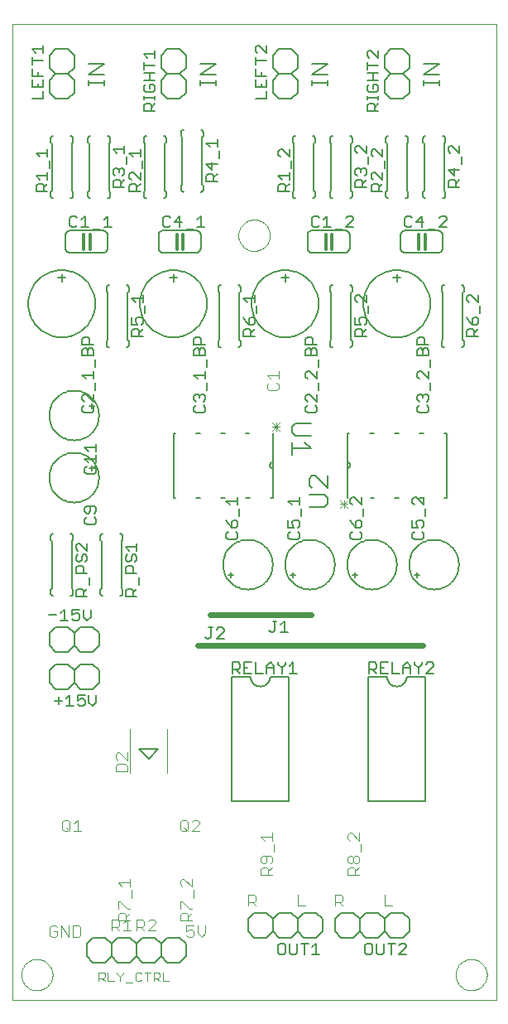
<source format=gto>
G75*
%MOIN*%
%OFA0B0*%
%FSLAX24Y24*%
%IPPOS*%
%LPD*%
%AMOC8*
5,1,8,0,0,1.08239X$1,22.5*
%
%ADD10C,0.0000*%
%ADD11C,0.0060*%
%ADD12C,0.0040*%
%ADD13C,0.0050*%
%ADD14C,0.0120*%
%ADD15C,0.0080*%
%ADD16C,0.0030*%
%ADD17C,0.0240*%
D10*
X000100Y000100D02*
X000100Y039350D01*
X019600Y039350D01*
X019600Y000100D01*
X000100Y000100D01*
X000470Y001100D02*
X000472Y001150D01*
X000478Y001200D01*
X000488Y001249D01*
X000502Y001297D01*
X000519Y001344D01*
X000540Y001389D01*
X000565Y001433D01*
X000593Y001474D01*
X000625Y001513D01*
X000659Y001550D01*
X000696Y001584D01*
X000736Y001614D01*
X000778Y001641D01*
X000822Y001665D01*
X000868Y001686D01*
X000915Y001702D01*
X000963Y001715D01*
X001013Y001724D01*
X001062Y001729D01*
X001113Y001730D01*
X001163Y001727D01*
X001212Y001720D01*
X001261Y001709D01*
X001309Y001694D01*
X001355Y001676D01*
X001400Y001654D01*
X001443Y001628D01*
X001484Y001599D01*
X001523Y001567D01*
X001559Y001532D01*
X001591Y001494D01*
X001621Y001454D01*
X001648Y001411D01*
X001671Y001367D01*
X001690Y001321D01*
X001706Y001273D01*
X001718Y001224D01*
X001726Y001175D01*
X001730Y001125D01*
X001730Y001075D01*
X001726Y001025D01*
X001718Y000976D01*
X001706Y000927D01*
X001690Y000879D01*
X001671Y000833D01*
X001648Y000789D01*
X001621Y000746D01*
X001591Y000706D01*
X001559Y000668D01*
X001523Y000633D01*
X001484Y000601D01*
X001443Y000572D01*
X001400Y000546D01*
X001355Y000524D01*
X001309Y000506D01*
X001261Y000491D01*
X001212Y000480D01*
X001163Y000473D01*
X001113Y000470D01*
X001062Y000471D01*
X001013Y000476D01*
X000963Y000485D01*
X000915Y000498D01*
X000868Y000514D01*
X000822Y000535D01*
X000778Y000559D01*
X000736Y000586D01*
X000696Y000616D01*
X000659Y000650D01*
X000625Y000687D01*
X000593Y000726D01*
X000565Y000767D01*
X000540Y000811D01*
X000519Y000856D01*
X000502Y000903D01*
X000488Y000951D01*
X000478Y001000D01*
X000472Y001050D01*
X000470Y001100D01*
X009220Y030850D02*
X009222Y030900D01*
X009228Y030950D01*
X009238Y030999D01*
X009252Y031047D01*
X009269Y031094D01*
X009290Y031139D01*
X009315Y031183D01*
X009343Y031224D01*
X009375Y031263D01*
X009409Y031300D01*
X009446Y031334D01*
X009486Y031364D01*
X009528Y031391D01*
X009572Y031415D01*
X009618Y031436D01*
X009665Y031452D01*
X009713Y031465D01*
X009763Y031474D01*
X009812Y031479D01*
X009863Y031480D01*
X009913Y031477D01*
X009962Y031470D01*
X010011Y031459D01*
X010059Y031444D01*
X010105Y031426D01*
X010150Y031404D01*
X010193Y031378D01*
X010234Y031349D01*
X010273Y031317D01*
X010309Y031282D01*
X010341Y031244D01*
X010371Y031204D01*
X010398Y031161D01*
X010421Y031117D01*
X010440Y031071D01*
X010456Y031023D01*
X010468Y030974D01*
X010476Y030925D01*
X010480Y030875D01*
X010480Y030825D01*
X010476Y030775D01*
X010468Y030726D01*
X010456Y030677D01*
X010440Y030629D01*
X010421Y030583D01*
X010398Y030539D01*
X010371Y030496D01*
X010341Y030456D01*
X010309Y030418D01*
X010273Y030383D01*
X010234Y030351D01*
X010193Y030322D01*
X010150Y030296D01*
X010105Y030274D01*
X010059Y030256D01*
X010011Y030241D01*
X009962Y030230D01*
X009913Y030223D01*
X009863Y030220D01*
X009812Y030221D01*
X009763Y030226D01*
X009713Y030235D01*
X009665Y030248D01*
X009618Y030264D01*
X009572Y030285D01*
X009528Y030309D01*
X009486Y030336D01*
X009446Y030366D01*
X009409Y030400D01*
X009375Y030437D01*
X009343Y030476D01*
X009315Y030517D01*
X009290Y030561D01*
X009269Y030606D01*
X009252Y030653D01*
X009238Y030701D01*
X009228Y030750D01*
X009222Y030800D01*
X009220Y030850D01*
X017970Y001100D02*
X017972Y001150D01*
X017978Y001200D01*
X017988Y001249D01*
X018002Y001297D01*
X018019Y001344D01*
X018040Y001389D01*
X018065Y001433D01*
X018093Y001474D01*
X018125Y001513D01*
X018159Y001550D01*
X018196Y001584D01*
X018236Y001614D01*
X018278Y001641D01*
X018322Y001665D01*
X018368Y001686D01*
X018415Y001702D01*
X018463Y001715D01*
X018513Y001724D01*
X018562Y001729D01*
X018613Y001730D01*
X018663Y001727D01*
X018712Y001720D01*
X018761Y001709D01*
X018809Y001694D01*
X018855Y001676D01*
X018900Y001654D01*
X018943Y001628D01*
X018984Y001599D01*
X019023Y001567D01*
X019059Y001532D01*
X019091Y001494D01*
X019121Y001454D01*
X019148Y001411D01*
X019171Y001367D01*
X019190Y001321D01*
X019206Y001273D01*
X019218Y001224D01*
X019226Y001175D01*
X019230Y001125D01*
X019230Y001075D01*
X019226Y001025D01*
X019218Y000976D01*
X019206Y000927D01*
X019190Y000879D01*
X019171Y000833D01*
X019148Y000789D01*
X019121Y000746D01*
X019091Y000706D01*
X019059Y000668D01*
X019023Y000633D01*
X018984Y000601D01*
X018943Y000572D01*
X018900Y000546D01*
X018855Y000524D01*
X018809Y000506D01*
X018761Y000491D01*
X018712Y000480D01*
X018663Y000473D01*
X018613Y000470D01*
X018562Y000471D01*
X018513Y000476D01*
X018463Y000485D01*
X018415Y000498D01*
X018368Y000514D01*
X018322Y000535D01*
X018278Y000559D01*
X018236Y000586D01*
X018196Y000616D01*
X018159Y000650D01*
X018125Y000687D01*
X018093Y000726D01*
X018065Y000767D01*
X018040Y000811D01*
X018019Y000856D01*
X018002Y000903D01*
X017988Y000951D01*
X017978Y001000D01*
X017972Y001050D01*
X017970Y001100D01*
D11*
X016100Y002850D02*
X015850Y002600D01*
X015350Y002600D01*
X015100Y002850D01*
X014850Y002600D01*
X014350Y002600D01*
X014100Y002850D01*
X013850Y002600D01*
X013350Y002600D01*
X013100Y002850D01*
X013100Y003350D01*
X013350Y003600D01*
X013850Y003600D01*
X014100Y003350D01*
X014350Y003600D01*
X014850Y003600D01*
X015100Y003350D01*
X015350Y003600D01*
X015850Y003600D01*
X016100Y003350D01*
X016100Y002850D01*
X015100Y002850D02*
X015100Y003350D01*
X014100Y003350D02*
X014100Y002850D01*
X012600Y002850D02*
X012350Y002600D01*
X011850Y002600D01*
X011600Y002850D01*
X011350Y002600D01*
X010850Y002600D01*
X010600Y002850D01*
X010350Y002600D01*
X009850Y002600D01*
X009600Y002850D01*
X009600Y003350D01*
X009850Y003600D01*
X010350Y003600D01*
X010600Y003350D01*
X010850Y003600D01*
X011350Y003600D01*
X011600Y003350D01*
X011850Y003600D01*
X012350Y003600D01*
X012600Y003350D01*
X012600Y002850D01*
X011600Y002850D02*
X011600Y003350D01*
X010600Y003350D02*
X010600Y002850D01*
X011250Y008100D02*
X008950Y008100D01*
X008950Y013100D01*
X009700Y013100D01*
X009702Y013061D01*
X009708Y013022D01*
X009717Y012984D01*
X009730Y012947D01*
X009747Y012911D01*
X009767Y012878D01*
X009791Y012846D01*
X009817Y012817D01*
X009846Y012791D01*
X009878Y012767D01*
X009911Y012747D01*
X009947Y012730D01*
X009984Y012717D01*
X010022Y012708D01*
X010061Y012702D01*
X010100Y012700D01*
X010139Y012702D01*
X010178Y012708D01*
X010216Y012717D01*
X010253Y012730D01*
X010289Y012747D01*
X010322Y012767D01*
X010354Y012791D01*
X010383Y012817D01*
X010409Y012846D01*
X010433Y012878D01*
X010453Y012911D01*
X010470Y012947D01*
X010483Y012984D01*
X010492Y013022D01*
X010498Y013061D01*
X010500Y013100D01*
X011250Y013100D01*
X011250Y008100D01*
X014450Y008100D02*
X016750Y008100D01*
X016750Y013100D01*
X016000Y013100D01*
X015998Y013061D01*
X015992Y013022D01*
X015983Y012984D01*
X015970Y012947D01*
X015953Y012911D01*
X015933Y012878D01*
X015909Y012846D01*
X015883Y012817D01*
X015854Y012791D01*
X015822Y012767D01*
X015789Y012747D01*
X015753Y012730D01*
X015716Y012717D01*
X015678Y012708D01*
X015639Y012702D01*
X015600Y012700D01*
X015561Y012702D01*
X015522Y012708D01*
X015484Y012717D01*
X015447Y012730D01*
X015411Y012747D01*
X015378Y012767D01*
X015346Y012791D01*
X015317Y012817D01*
X015291Y012846D01*
X015267Y012878D01*
X015247Y012911D01*
X015230Y012947D01*
X015217Y012984D01*
X015208Y013022D01*
X015202Y013061D01*
X015200Y013100D01*
X014450Y013100D01*
X014450Y008100D01*
X013900Y017100D02*
X013900Y017300D01*
X014000Y017200D02*
X013800Y017200D01*
X013600Y017600D02*
X013602Y017663D01*
X013608Y017725D01*
X013618Y017787D01*
X013631Y017849D01*
X013649Y017909D01*
X013670Y017968D01*
X013695Y018026D01*
X013724Y018082D01*
X013756Y018136D01*
X013791Y018188D01*
X013829Y018237D01*
X013871Y018285D01*
X013915Y018329D01*
X013963Y018371D01*
X014012Y018409D01*
X014064Y018444D01*
X014118Y018476D01*
X014174Y018505D01*
X014232Y018530D01*
X014291Y018551D01*
X014351Y018569D01*
X014413Y018582D01*
X014475Y018592D01*
X014537Y018598D01*
X014600Y018600D01*
X014663Y018598D01*
X014725Y018592D01*
X014787Y018582D01*
X014849Y018569D01*
X014909Y018551D01*
X014968Y018530D01*
X015026Y018505D01*
X015082Y018476D01*
X015136Y018444D01*
X015188Y018409D01*
X015237Y018371D01*
X015285Y018329D01*
X015329Y018285D01*
X015371Y018237D01*
X015409Y018188D01*
X015444Y018136D01*
X015476Y018082D01*
X015505Y018026D01*
X015530Y017968D01*
X015551Y017909D01*
X015569Y017849D01*
X015582Y017787D01*
X015592Y017725D01*
X015598Y017663D01*
X015600Y017600D01*
X015598Y017537D01*
X015592Y017475D01*
X015582Y017413D01*
X015569Y017351D01*
X015551Y017291D01*
X015530Y017232D01*
X015505Y017174D01*
X015476Y017118D01*
X015444Y017064D01*
X015409Y017012D01*
X015371Y016963D01*
X015329Y016915D01*
X015285Y016871D01*
X015237Y016829D01*
X015188Y016791D01*
X015136Y016756D01*
X015082Y016724D01*
X015026Y016695D01*
X014968Y016670D01*
X014909Y016649D01*
X014849Y016631D01*
X014787Y016618D01*
X014725Y016608D01*
X014663Y016602D01*
X014600Y016600D01*
X014537Y016602D01*
X014475Y016608D01*
X014413Y016618D01*
X014351Y016631D01*
X014291Y016649D01*
X014232Y016670D01*
X014174Y016695D01*
X014118Y016724D01*
X014064Y016756D01*
X014012Y016791D01*
X013963Y016829D01*
X013915Y016871D01*
X013871Y016915D01*
X013829Y016963D01*
X013791Y017012D01*
X013756Y017064D01*
X013724Y017118D01*
X013695Y017174D01*
X013670Y017232D01*
X013649Y017291D01*
X013631Y017351D01*
X013618Y017413D01*
X013608Y017475D01*
X013602Y017537D01*
X013600Y017600D01*
X013600Y020300D02*
X013600Y021480D01*
X013600Y021720D01*
X013600Y022900D01*
X013690Y022900D01*
X014510Y022900D02*
X014690Y022900D01*
X015510Y022900D02*
X015690Y022900D01*
X016510Y022900D02*
X016690Y022900D01*
X017510Y022900D02*
X017600Y022900D01*
X017600Y020300D01*
X017510Y020300D01*
X016690Y020300D02*
X016510Y020300D01*
X015690Y020300D02*
X015510Y020300D01*
X014690Y020300D02*
X014560Y020300D01*
X013600Y021480D02*
X013621Y021482D01*
X013641Y021487D01*
X013660Y021496D01*
X013677Y021508D01*
X013692Y021523D01*
X013704Y021540D01*
X013713Y021559D01*
X013718Y021579D01*
X013720Y021600D01*
X013718Y021621D01*
X013713Y021641D01*
X013704Y021660D01*
X013692Y021677D01*
X013677Y021692D01*
X013660Y021704D01*
X013641Y021713D01*
X013621Y021718D01*
X013600Y021720D01*
X011100Y017600D02*
X011102Y017663D01*
X011108Y017725D01*
X011118Y017787D01*
X011131Y017849D01*
X011149Y017909D01*
X011170Y017968D01*
X011195Y018026D01*
X011224Y018082D01*
X011256Y018136D01*
X011291Y018188D01*
X011329Y018237D01*
X011371Y018285D01*
X011415Y018329D01*
X011463Y018371D01*
X011512Y018409D01*
X011564Y018444D01*
X011618Y018476D01*
X011674Y018505D01*
X011732Y018530D01*
X011791Y018551D01*
X011851Y018569D01*
X011913Y018582D01*
X011975Y018592D01*
X012037Y018598D01*
X012100Y018600D01*
X012163Y018598D01*
X012225Y018592D01*
X012287Y018582D01*
X012349Y018569D01*
X012409Y018551D01*
X012468Y018530D01*
X012526Y018505D01*
X012582Y018476D01*
X012636Y018444D01*
X012688Y018409D01*
X012737Y018371D01*
X012785Y018329D01*
X012829Y018285D01*
X012871Y018237D01*
X012909Y018188D01*
X012944Y018136D01*
X012976Y018082D01*
X013005Y018026D01*
X013030Y017968D01*
X013051Y017909D01*
X013069Y017849D01*
X013082Y017787D01*
X013092Y017725D01*
X013098Y017663D01*
X013100Y017600D01*
X013098Y017537D01*
X013092Y017475D01*
X013082Y017413D01*
X013069Y017351D01*
X013051Y017291D01*
X013030Y017232D01*
X013005Y017174D01*
X012976Y017118D01*
X012944Y017064D01*
X012909Y017012D01*
X012871Y016963D01*
X012829Y016915D01*
X012785Y016871D01*
X012737Y016829D01*
X012688Y016791D01*
X012636Y016756D01*
X012582Y016724D01*
X012526Y016695D01*
X012468Y016670D01*
X012409Y016649D01*
X012349Y016631D01*
X012287Y016618D01*
X012225Y016608D01*
X012163Y016602D01*
X012100Y016600D01*
X012037Y016602D01*
X011975Y016608D01*
X011913Y016618D01*
X011851Y016631D01*
X011791Y016649D01*
X011732Y016670D01*
X011674Y016695D01*
X011618Y016724D01*
X011564Y016756D01*
X011512Y016791D01*
X011463Y016829D01*
X011415Y016871D01*
X011371Y016915D01*
X011329Y016963D01*
X011291Y017012D01*
X011256Y017064D01*
X011224Y017118D01*
X011195Y017174D01*
X011170Y017232D01*
X011149Y017291D01*
X011131Y017351D01*
X011118Y017413D01*
X011108Y017475D01*
X011102Y017537D01*
X011100Y017600D01*
X011400Y017300D02*
X011400Y017100D01*
X011500Y017200D02*
X011300Y017200D01*
X010600Y020300D02*
X010600Y021480D01*
X010600Y021720D01*
X010600Y022900D01*
X010600Y021720D02*
X010579Y021718D01*
X010559Y021713D01*
X010540Y021704D01*
X010523Y021692D01*
X010508Y021677D01*
X010496Y021660D01*
X010487Y021641D01*
X010482Y021621D01*
X010480Y021600D01*
X010482Y021579D01*
X010487Y021559D01*
X010496Y021540D01*
X010508Y021523D01*
X010523Y021508D01*
X010540Y021496D01*
X010559Y021487D01*
X010579Y021482D01*
X010600Y021480D01*
X010600Y020300D02*
X010510Y020300D01*
X009690Y020300D02*
X009510Y020300D01*
X008690Y020300D02*
X008510Y020300D01*
X007690Y020300D02*
X007510Y020300D01*
X006690Y020300D02*
X006600Y020300D01*
X006600Y022900D01*
X006690Y022900D01*
X007510Y022900D02*
X007690Y022900D01*
X008510Y022900D02*
X008690Y022900D01*
X009510Y022900D02*
X009640Y022900D01*
X009300Y026450D02*
X009300Y026600D01*
X009250Y026650D01*
X009250Y028550D01*
X009300Y028600D01*
X009300Y028750D01*
X009298Y028767D01*
X009294Y028784D01*
X009287Y028800D01*
X009277Y028814D01*
X009264Y028827D01*
X009250Y028837D01*
X009234Y028844D01*
X009217Y028848D01*
X009200Y028850D01*
X008500Y028850D02*
X008483Y028848D01*
X008466Y028844D01*
X008450Y028837D01*
X008436Y028827D01*
X008423Y028814D01*
X008413Y028800D01*
X008406Y028784D01*
X008402Y028767D01*
X008400Y028750D01*
X008400Y028600D01*
X008450Y028550D01*
X008450Y026650D01*
X008400Y026600D01*
X008400Y026450D01*
X008402Y026433D01*
X008406Y026416D01*
X008413Y026400D01*
X008423Y026386D01*
X008436Y026373D01*
X008450Y026363D01*
X008466Y026356D01*
X008483Y026352D01*
X008500Y026350D01*
X009200Y026350D02*
X009217Y026352D01*
X009234Y026356D01*
X009250Y026363D01*
X009264Y026373D01*
X009277Y026386D01*
X009287Y026400D01*
X009294Y026416D01*
X009298Y026433D01*
X009300Y026450D01*
X010950Y029150D02*
X011250Y029150D01*
X011100Y029300D02*
X011100Y029000D01*
X009750Y028100D02*
X009752Y028173D01*
X009758Y028246D01*
X009768Y028318D01*
X009782Y028390D01*
X009799Y028461D01*
X009821Y028531D01*
X009846Y028600D01*
X009875Y028667D01*
X009907Y028732D01*
X009943Y028796D01*
X009983Y028858D01*
X010025Y028917D01*
X010071Y028974D01*
X010120Y029028D01*
X010172Y029080D01*
X010226Y029129D01*
X010283Y029175D01*
X010342Y029217D01*
X010404Y029257D01*
X010468Y029293D01*
X010533Y029325D01*
X010600Y029354D01*
X010669Y029379D01*
X010739Y029401D01*
X010810Y029418D01*
X010882Y029432D01*
X010954Y029442D01*
X011027Y029448D01*
X011100Y029450D01*
X011173Y029448D01*
X011246Y029442D01*
X011318Y029432D01*
X011390Y029418D01*
X011461Y029401D01*
X011531Y029379D01*
X011600Y029354D01*
X011667Y029325D01*
X011732Y029293D01*
X011796Y029257D01*
X011858Y029217D01*
X011917Y029175D01*
X011974Y029129D01*
X012028Y029080D01*
X012080Y029028D01*
X012129Y028974D01*
X012175Y028917D01*
X012217Y028858D01*
X012257Y028796D01*
X012293Y028732D01*
X012325Y028667D01*
X012354Y028600D01*
X012379Y028531D01*
X012401Y028461D01*
X012418Y028390D01*
X012432Y028318D01*
X012442Y028246D01*
X012448Y028173D01*
X012450Y028100D01*
X012448Y028027D01*
X012442Y027954D01*
X012432Y027882D01*
X012418Y027810D01*
X012401Y027739D01*
X012379Y027669D01*
X012354Y027600D01*
X012325Y027533D01*
X012293Y027468D01*
X012257Y027404D01*
X012217Y027342D01*
X012175Y027283D01*
X012129Y027226D01*
X012080Y027172D01*
X012028Y027120D01*
X011974Y027071D01*
X011917Y027025D01*
X011858Y026983D01*
X011796Y026943D01*
X011732Y026907D01*
X011667Y026875D01*
X011600Y026846D01*
X011531Y026821D01*
X011461Y026799D01*
X011390Y026782D01*
X011318Y026768D01*
X011246Y026758D01*
X011173Y026752D01*
X011100Y026750D01*
X011027Y026752D01*
X010954Y026758D01*
X010882Y026768D01*
X010810Y026782D01*
X010739Y026799D01*
X010669Y026821D01*
X010600Y026846D01*
X010533Y026875D01*
X010468Y026907D01*
X010404Y026943D01*
X010342Y026983D01*
X010283Y027025D01*
X010226Y027071D01*
X010172Y027120D01*
X010120Y027172D01*
X010071Y027226D01*
X010025Y027283D01*
X009983Y027342D01*
X009943Y027404D01*
X009907Y027468D01*
X009875Y027533D01*
X009846Y027600D01*
X009821Y027669D01*
X009799Y027739D01*
X009782Y027810D01*
X009768Y027882D01*
X009758Y027954D01*
X009752Y028027D01*
X009750Y028100D01*
X007700Y030350D02*
X007700Y030850D01*
X007698Y030876D01*
X007693Y030902D01*
X007685Y030927D01*
X007673Y030950D01*
X007659Y030972D01*
X007641Y030991D01*
X007622Y031009D01*
X007600Y031023D01*
X007577Y031035D01*
X007552Y031043D01*
X007526Y031048D01*
X007500Y031050D01*
X006200Y031050D01*
X006174Y031048D01*
X006148Y031043D01*
X006123Y031035D01*
X006100Y031023D01*
X006078Y031009D01*
X006059Y030991D01*
X006041Y030972D01*
X006027Y030950D01*
X006015Y030927D01*
X006007Y030902D01*
X006002Y030876D01*
X006000Y030850D01*
X006000Y030350D01*
X006002Y030324D01*
X006007Y030298D01*
X006015Y030273D01*
X006027Y030250D01*
X006041Y030228D01*
X006059Y030209D01*
X006078Y030191D01*
X006100Y030177D01*
X006123Y030165D01*
X006148Y030157D01*
X006174Y030152D01*
X006200Y030150D01*
X007500Y030150D01*
X007526Y030152D01*
X007552Y030157D01*
X007577Y030165D01*
X007600Y030177D01*
X007622Y030191D01*
X007641Y030209D01*
X007659Y030228D01*
X007673Y030250D01*
X007685Y030273D01*
X007693Y030298D01*
X007698Y030324D01*
X007700Y030350D01*
X006750Y029150D02*
X006450Y029150D01*
X006600Y029300D02*
X006600Y029000D01*
X005250Y028100D02*
X005252Y028173D01*
X005258Y028246D01*
X005268Y028318D01*
X005282Y028390D01*
X005299Y028461D01*
X005321Y028531D01*
X005346Y028600D01*
X005375Y028667D01*
X005407Y028732D01*
X005443Y028796D01*
X005483Y028858D01*
X005525Y028917D01*
X005571Y028974D01*
X005620Y029028D01*
X005672Y029080D01*
X005726Y029129D01*
X005783Y029175D01*
X005842Y029217D01*
X005904Y029257D01*
X005968Y029293D01*
X006033Y029325D01*
X006100Y029354D01*
X006169Y029379D01*
X006239Y029401D01*
X006310Y029418D01*
X006382Y029432D01*
X006454Y029442D01*
X006527Y029448D01*
X006600Y029450D01*
X006673Y029448D01*
X006746Y029442D01*
X006818Y029432D01*
X006890Y029418D01*
X006961Y029401D01*
X007031Y029379D01*
X007100Y029354D01*
X007167Y029325D01*
X007232Y029293D01*
X007296Y029257D01*
X007358Y029217D01*
X007417Y029175D01*
X007474Y029129D01*
X007528Y029080D01*
X007580Y029028D01*
X007629Y028974D01*
X007675Y028917D01*
X007717Y028858D01*
X007757Y028796D01*
X007793Y028732D01*
X007825Y028667D01*
X007854Y028600D01*
X007879Y028531D01*
X007901Y028461D01*
X007918Y028390D01*
X007932Y028318D01*
X007942Y028246D01*
X007948Y028173D01*
X007950Y028100D01*
X007948Y028027D01*
X007942Y027954D01*
X007932Y027882D01*
X007918Y027810D01*
X007901Y027739D01*
X007879Y027669D01*
X007854Y027600D01*
X007825Y027533D01*
X007793Y027468D01*
X007757Y027404D01*
X007717Y027342D01*
X007675Y027283D01*
X007629Y027226D01*
X007580Y027172D01*
X007528Y027120D01*
X007474Y027071D01*
X007417Y027025D01*
X007358Y026983D01*
X007296Y026943D01*
X007232Y026907D01*
X007167Y026875D01*
X007100Y026846D01*
X007031Y026821D01*
X006961Y026799D01*
X006890Y026782D01*
X006818Y026768D01*
X006746Y026758D01*
X006673Y026752D01*
X006600Y026750D01*
X006527Y026752D01*
X006454Y026758D01*
X006382Y026768D01*
X006310Y026782D01*
X006239Y026799D01*
X006169Y026821D01*
X006100Y026846D01*
X006033Y026875D01*
X005968Y026907D01*
X005904Y026943D01*
X005842Y026983D01*
X005783Y027025D01*
X005726Y027071D01*
X005672Y027120D01*
X005620Y027172D01*
X005571Y027226D01*
X005525Y027283D01*
X005483Y027342D01*
X005443Y027404D01*
X005407Y027468D01*
X005375Y027533D01*
X005346Y027600D01*
X005321Y027669D01*
X005299Y027739D01*
X005282Y027810D01*
X005268Y027882D01*
X005258Y027954D01*
X005252Y028027D01*
X005250Y028100D01*
X004750Y028550D02*
X004750Y026650D01*
X004800Y026600D01*
X004800Y026450D01*
X004798Y026433D01*
X004794Y026416D01*
X004787Y026400D01*
X004777Y026386D01*
X004764Y026373D01*
X004750Y026363D01*
X004734Y026356D01*
X004717Y026352D01*
X004700Y026350D01*
X004000Y026350D02*
X003983Y026352D01*
X003966Y026356D01*
X003950Y026363D01*
X003936Y026373D01*
X003923Y026386D01*
X003913Y026400D01*
X003906Y026416D01*
X003902Y026433D01*
X003900Y026450D01*
X003900Y026600D01*
X003950Y026650D01*
X003950Y028550D01*
X003900Y028600D01*
X003900Y028750D01*
X003902Y028767D01*
X003906Y028784D01*
X003913Y028800D01*
X003923Y028814D01*
X003936Y028827D01*
X003950Y028837D01*
X003966Y028844D01*
X003983Y028848D01*
X004000Y028850D01*
X004700Y028850D02*
X004717Y028848D01*
X004734Y028844D01*
X004750Y028837D01*
X004764Y028827D01*
X004777Y028814D01*
X004787Y028800D01*
X004794Y028784D01*
X004798Y028767D01*
X004800Y028750D01*
X004800Y028600D01*
X004750Y028550D01*
X003950Y030350D02*
X003950Y030850D01*
X003948Y030876D01*
X003943Y030902D01*
X003935Y030927D01*
X003923Y030950D01*
X003909Y030972D01*
X003891Y030991D01*
X003872Y031009D01*
X003850Y031023D01*
X003827Y031035D01*
X003802Y031043D01*
X003776Y031048D01*
X003750Y031050D01*
X002450Y031050D01*
X002424Y031048D01*
X002398Y031043D01*
X002373Y031035D01*
X002350Y031023D01*
X002328Y031009D01*
X002309Y030991D01*
X002291Y030972D01*
X002277Y030950D01*
X002265Y030927D01*
X002257Y030902D01*
X002252Y030876D01*
X002250Y030850D01*
X002250Y030350D01*
X002252Y030324D01*
X002257Y030298D01*
X002265Y030273D01*
X002277Y030250D01*
X002291Y030228D01*
X002309Y030209D01*
X002328Y030191D01*
X002350Y030177D01*
X002373Y030165D01*
X002398Y030157D01*
X002424Y030152D01*
X002450Y030150D01*
X003750Y030150D01*
X003776Y030152D01*
X003802Y030157D01*
X003827Y030165D01*
X003850Y030177D01*
X003872Y030191D01*
X003891Y030209D01*
X003909Y030228D01*
X003923Y030250D01*
X003935Y030273D01*
X003943Y030298D01*
X003948Y030324D01*
X003950Y030350D01*
X003950Y032350D02*
X003967Y032352D01*
X003984Y032356D01*
X004000Y032363D01*
X004014Y032373D01*
X004027Y032386D01*
X004037Y032400D01*
X004044Y032416D01*
X004048Y032433D01*
X004050Y032450D01*
X004050Y032600D01*
X004000Y032650D01*
X004000Y034550D01*
X004050Y034600D01*
X004050Y034750D01*
X004048Y034767D01*
X004044Y034784D01*
X004037Y034800D01*
X004027Y034814D01*
X004014Y034827D01*
X004000Y034837D01*
X003984Y034844D01*
X003967Y034848D01*
X003950Y034850D01*
X003250Y034850D02*
X003233Y034848D01*
X003216Y034844D01*
X003200Y034837D01*
X003186Y034827D01*
X003173Y034814D01*
X003163Y034800D01*
X003156Y034784D01*
X003152Y034767D01*
X003150Y034750D01*
X003150Y034600D01*
X003200Y034550D01*
X003200Y032650D01*
X003150Y032600D01*
X003150Y032450D01*
X003152Y032433D01*
X003156Y032416D01*
X003163Y032400D01*
X003173Y032386D01*
X003186Y032373D01*
X003200Y032363D01*
X003216Y032356D01*
X003233Y032352D01*
X003250Y032350D01*
X002550Y032450D02*
X002550Y032600D01*
X002500Y032650D01*
X002500Y034550D01*
X002550Y034600D01*
X002550Y034750D01*
X002548Y034767D01*
X002544Y034784D01*
X002537Y034800D01*
X002527Y034814D01*
X002514Y034827D01*
X002500Y034837D01*
X002484Y034844D01*
X002467Y034848D01*
X002450Y034850D01*
X001750Y034850D02*
X001733Y034848D01*
X001716Y034844D01*
X001700Y034837D01*
X001686Y034827D01*
X001673Y034814D01*
X001663Y034800D01*
X001656Y034784D01*
X001652Y034767D01*
X001650Y034750D01*
X001650Y034600D01*
X001700Y034550D01*
X001700Y032650D01*
X001650Y032600D01*
X001650Y032450D01*
X001652Y032433D01*
X001656Y032416D01*
X001663Y032400D01*
X001673Y032386D01*
X001686Y032373D01*
X001700Y032363D01*
X001716Y032356D01*
X001733Y032352D01*
X001750Y032350D01*
X002450Y032350D02*
X002467Y032352D01*
X002484Y032356D01*
X002500Y032363D01*
X002514Y032373D01*
X002527Y032386D01*
X002537Y032400D01*
X002544Y032416D01*
X002548Y032433D01*
X002550Y032450D01*
X002100Y029300D02*
X002100Y029000D01*
X001950Y029150D02*
X002250Y029150D01*
X000750Y028100D02*
X000752Y028173D01*
X000758Y028246D01*
X000768Y028318D01*
X000782Y028390D01*
X000799Y028461D01*
X000821Y028531D01*
X000846Y028600D01*
X000875Y028667D01*
X000907Y028732D01*
X000943Y028796D01*
X000983Y028858D01*
X001025Y028917D01*
X001071Y028974D01*
X001120Y029028D01*
X001172Y029080D01*
X001226Y029129D01*
X001283Y029175D01*
X001342Y029217D01*
X001404Y029257D01*
X001468Y029293D01*
X001533Y029325D01*
X001600Y029354D01*
X001669Y029379D01*
X001739Y029401D01*
X001810Y029418D01*
X001882Y029432D01*
X001954Y029442D01*
X002027Y029448D01*
X002100Y029450D01*
X002173Y029448D01*
X002246Y029442D01*
X002318Y029432D01*
X002390Y029418D01*
X002461Y029401D01*
X002531Y029379D01*
X002600Y029354D01*
X002667Y029325D01*
X002732Y029293D01*
X002796Y029257D01*
X002858Y029217D01*
X002917Y029175D01*
X002974Y029129D01*
X003028Y029080D01*
X003080Y029028D01*
X003129Y028974D01*
X003175Y028917D01*
X003217Y028858D01*
X003257Y028796D01*
X003293Y028732D01*
X003325Y028667D01*
X003354Y028600D01*
X003379Y028531D01*
X003401Y028461D01*
X003418Y028390D01*
X003432Y028318D01*
X003442Y028246D01*
X003448Y028173D01*
X003450Y028100D01*
X003448Y028027D01*
X003442Y027954D01*
X003432Y027882D01*
X003418Y027810D01*
X003401Y027739D01*
X003379Y027669D01*
X003354Y027600D01*
X003325Y027533D01*
X003293Y027468D01*
X003257Y027404D01*
X003217Y027342D01*
X003175Y027283D01*
X003129Y027226D01*
X003080Y027172D01*
X003028Y027120D01*
X002974Y027071D01*
X002917Y027025D01*
X002858Y026983D01*
X002796Y026943D01*
X002732Y026907D01*
X002667Y026875D01*
X002600Y026846D01*
X002531Y026821D01*
X002461Y026799D01*
X002390Y026782D01*
X002318Y026768D01*
X002246Y026758D01*
X002173Y026752D01*
X002100Y026750D01*
X002027Y026752D01*
X001954Y026758D01*
X001882Y026768D01*
X001810Y026782D01*
X001739Y026799D01*
X001669Y026821D01*
X001600Y026846D01*
X001533Y026875D01*
X001468Y026907D01*
X001404Y026943D01*
X001342Y026983D01*
X001283Y027025D01*
X001226Y027071D01*
X001172Y027120D01*
X001120Y027172D01*
X001071Y027226D01*
X001025Y027283D01*
X000983Y027342D01*
X000943Y027404D01*
X000907Y027468D01*
X000875Y027533D01*
X000846Y027600D01*
X000821Y027669D01*
X000799Y027739D01*
X000782Y027810D01*
X000768Y027882D01*
X000758Y027954D01*
X000752Y028027D01*
X000750Y028100D01*
X001600Y023600D02*
X001602Y023663D01*
X001608Y023725D01*
X001618Y023787D01*
X001631Y023849D01*
X001649Y023909D01*
X001670Y023968D01*
X001695Y024026D01*
X001724Y024082D01*
X001756Y024136D01*
X001791Y024188D01*
X001829Y024237D01*
X001871Y024285D01*
X001915Y024329D01*
X001963Y024371D01*
X002012Y024409D01*
X002064Y024444D01*
X002118Y024476D01*
X002174Y024505D01*
X002232Y024530D01*
X002291Y024551D01*
X002351Y024569D01*
X002413Y024582D01*
X002475Y024592D01*
X002537Y024598D01*
X002600Y024600D01*
X002663Y024598D01*
X002725Y024592D01*
X002787Y024582D01*
X002849Y024569D01*
X002909Y024551D01*
X002968Y024530D01*
X003026Y024505D01*
X003082Y024476D01*
X003136Y024444D01*
X003188Y024409D01*
X003237Y024371D01*
X003285Y024329D01*
X003329Y024285D01*
X003371Y024237D01*
X003409Y024188D01*
X003444Y024136D01*
X003476Y024082D01*
X003505Y024026D01*
X003530Y023968D01*
X003551Y023909D01*
X003569Y023849D01*
X003582Y023787D01*
X003592Y023725D01*
X003598Y023663D01*
X003600Y023600D01*
X003598Y023537D01*
X003592Y023475D01*
X003582Y023413D01*
X003569Y023351D01*
X003551Y023291D01*
X003530Y023232D01*
X003505Y023174D01*
X003476Y023118D01*
X003444Y023064D01*
X003409Y023012D01*
X003371Y022963D01*
X003329Y022915D01*
X003285Y022871D01*
X003237Y022829D01*
X003188Y022791D01*
X003136Y022756D01*
X003082Y022724D01*
X003026Y022695D01*
X002968Y022670D01*
X002909Y022649D01*
X002849Y022631D01*
X002787Y022618D01*
X002725Y022608D01*
X002663Y022602D01*
X002600Y022600D01*
X002537Y022602D01*
X002475Y022608D01*
X002413Y022618D01*
X002351Y022631D01*
X002291Y022649D01*
X002232Y022670D01*
X002174Y022695D01*
X002118Y022724D01*
X002064Y022756D01*
X002012Y022791D01*
X001963Y022829D01*
X001915Y022871D01*
X001871Y022915D01*
X001829Y022963D01*
X001791Y023012D01*
X001756Y023064D01*
X001724Y023118D01*
X001695Y023174D01*
X001670Y023232D01*
X001649Y023291D01*
X001631Y023351D01*
X001618Y023413D01*
X001608Y023475D01*
X001602Y023537D01*
X001600Y023600D01*
X001600Y021100D02*
X001602Y021163D01*
X001608Y021225D01*
X001618Y021287D01*
X001631Y021349D01*
X001649Y021409D01*
X001670Y021468D01*
X001695Y021526D01*
X001724Y021582D01*
X001756Y021636D01*
X001791Y021688D01*
X001829Y021737D01*
X001871Y021785D01*
X001915Y021829D01*
X001963Y021871D01*
X002012Y021909D01*
X002064Y021944D01*
X002118Y021976D01*
X002174Y022005D01*
X002232Y022030D01*
X002291Y022051D01*
X002351Y022069D01*
X002413Y022082D01*
X002475Y022092D01*
X002537Y022098D01*
X002600Y022100D01*
X002663Y022098D01*
X002725Y022092D01*
X002787Y022082D01*
X002849Y022069D01*
X002909Y022051D01*
X002968Y022030D01*
X003026Y022005D01*
X003082Y021976D01*
X003136Y021944D01*
X003188Y021909D01*
X003237Y021871D01*
X003285Y021829D01*
X003329Y021785D01*
X003371Y021737D01*
X003409Y021688D01*
X003444Y021636D01*
X003476Y021582D01*
X003505Y021526D01*
X003530Y021468D01*
X003551Y021409D01*
X003569Y021349D01*
X003582Y021287D01*
X003592Y021225D01*
X003598Y021163D01*
X003600Y021100D01*
X003598Y021037D01*
X003592Y020975D01*
X003582Y020913D01*
X003569Y020851D01*
X003551Y020791D01*
X003530Y020732D01*
X003505Y020674D01*
X003476Y020618D01*
X003444Y020564D01*
X003409Y020512D01*
X003371Y020463D01*
X003329Y020415D01*
X003285Y020371D01*
X003237Y020329D01*
X003188Y020291D01*
X003136Y020256D01*
X003082Y020224D01*
X003026Y020195D01*
X002968Y020170D01*
X002909Y020149D01*
X002849Y020131D01*
X002787Y020118D01*
X002725Y020108D01*
X002663Y020102D01*
X002600Y020100D01*
X002537Y020102D01*
X002475Y020108D01*
X002413Y020118D01*
X002351Y020131D01*
X002291Y020149D01*
X002232Y020170D01*
X002174Y020195D01*
X002118Y020224D01*
X002064Y020256D01*
X002012Y020291D01*
X001963Y020329D01*
X001915Y020371D01*
X001871Y020415D01*
X001829Y020463D01*
X001791Y020512D01*
X001756Y020564D01*
X001724Y020618D01*
X001695Y020674D01*
X001670Y020732D01*
X001649Y020791D01*
X001631Y020851D01*
X001618Y020913D01*
X001608Y020975D01*
X001602Y021037D01*
X001600Y021100D01*
X001650Y018750D02*
X001650Y018600D01*
X001700Y018550D01*
X001700Y016650D01*
X001650Y016600D01*
X001650Y016450D01*
X001652Y016433D01*
X001656Y016416D01*
X001663Y016400D01*
X001673Y016386D01*
X001686Y016373D01*
X001700Y016363D01*
X001716Y016356D01*
X001733Y016352D01*
X001750Y016350D01*
X001850Y015100D02*
X001600Y014850D01*
X001600Y014350D01*
X001850Y014100D01*
X002350Y014100D01*
X002600Y014350D01*
X002850Y014100D01*
X003350Y014100D01*
X003600Y014350D01*
X003600Y014850D01*
X003350Y015100D01*
X002850Y015100D01*
X002600Y014850D01*
X002600Y014350D01*
X002600Y014850D02*
X002350Y015100D01*
X001850Y015100D01*
X002450Y016350D02*
X002467Y016352D01*
X002484Y016356D01*
X002500Y016363D01*
X002514Y016373D01*
X002527Y016386D01*
X002537Y016400D01*
X002544Y016416D01*
X002548Y016433D01*
X002550Y016450D01*
X002550Y016600D01*
X002500Y016650D01*
X002500Y018550D01*
X002550Y018600D01*
X002550Y018750D01*
X002548Y018767D01*
X002544Y018784D01*
X002537Y018800D01*
X002527Y018814D01*
X002514Y018827D01*
X002500Y018837D01*
X002484Y018844D01*
X002467Y018848D01*
X002450Y018850D01*
X001750Y018850D02*
X001733Y018848D01*
X001716Y018844D01*
X001700Y018837D01*
X001686Y018827D01*
X001673Y018814D01*
X001663Y018800D01*
X001656Y018784D01*
X001652Y018767D01*
X001650Y018750D01*
X003300Y021400D02*
X003300Y021600D01*
X003200Y021500D02*
X003400Y021500D01*
X003300Y023900D02*
X003300Y024100D01*
X003200Y024000D02*
X003400Y024000D01*
X003650Y018750D02*
X003650Y018600D01*
X003700Y018550D01*
X003700Y016650D01*
X003650Y016600D01*
X003650Y016450D01*
X003652Y016433D01*
X003656Y016416D01*
X003663Y016400D01*
X003673Y016386D01*
X003686Y016373D01*
X003700Y016363D01*
X003716Y016356D01*
X003733Y016352D01*
X003750Y016350D01*
X004450Y016350D02*
X004467Y016352D01*
X004484Y016356D01*
X004500Y016363D01*
X004514Y016373D01*
X004527Y016386D01*
X004537Y016400D01*
X004544Y016416D01*
X004548Y016433D01*
X004550Y016450D01*
X004550Y016600D01*
X004500Y016650D01*
X004500Y018550D01*
X004550Y018600D01*
X004550Y018750D01*
X004548Y018767D01*
X004544Y018784D01*
X004537Y018800D01*
X004527Y018814D01*
X004514Y018827D01*
X004500Y018837D01*
X004484Y018844D01*
X004467Y018848D01*
X004450Y018850D01*
X003750Y018850D02*
X003733Y018848D01*
X003716Y018844D01*
X003700Y018837D01*
X003686Y018827D01*
X003673Y018814D01*
X003663Y018800D01*
X003656Y018784D01*
X003652Y018767D01*
X003650Y018750D01*
X003350Y013600D02*
X002850Y013600D01*
X002600Y013350D01*
X002350Y013600D01*
X001850Y013600D01*
X001600Y013350D01*
X001600Y012850D01*
X001850Y012600D01*
X002350Y012600D01*
X002600Y012850D01*
X002600Y013350D01*
X002600Y012850D02*
X002850Y012600D01*
X003350Y012600D01*
X003600Y012850D01*
X003600Y013350D01*
X003350Y013600D01*
X008800Y017200D02*
X009000Y017200D01*
X008900Y017100D02*
X008900Y017300D01*
X008600Y017600D02*
X008602Y017663D01*
X008608Y017725D01*
X008618Y017787D01*
X008631Y017849D01*
X008649Y017909D01*
X008670Y017968D01*
X008695Y018026D01*
X008724Y018082D01*
X008756Y018136D01*
X008791Y018188D01*
X008829Y018237D01*
X008871Y018285D01*
X008915Y018329D01*
X008963Y018371D01*
X009012Y018409D01*
X009064Y018444D01*
X009118Y018476D01*
X009174Y018505D01*
X009232Y018530D01*
X009291Y018551D01*
X009351Y018569D01*
X009413Y018582D01*
X009475Y018592D01*
X009537Y018598D01*
X009600Y018600D01*
X009663Y018598D01*
X009725Y018592D01*
X009787Y018582D01*
X009849Y018569D01*
X009909Y018551D01*
X009968Y018530D01*
X010026Y018505D01*
X010082Y018476D01*
X010136Y018444D01*
X010188Y018409D01*
X010237Y018371D01*
X010285Y018329D01*
X010329Y018285D01*
X010371Y018237D01*
X010409Y018188D01*
X010444Y018136D01*
X010476Y018082D01*
X010505Y018026D01*
X010530Y017968D01*
X010551Y017909D01*
X010569Y017849D01*
X010582Y017787D01*
X010592Y017725D01*
X010598Y017663D01*
X010600Y017600D01*
X010598Y017537D01*
X010592Y017475D01*
X010582Y017413D01*
X010569Y017351D01*
X010551Y017291D01*
X010530Y017232D01*
X010505Y017174D01*
X010476Y017118D01*
X010444Y017064D01*
X010409Y017012D01*
X010371Y016963D01*
X010329Y016915D01*
X010285Y016871D01*
X010237Y016829D01*
X010188Y016791D01*
X010136Y016756D01*
X010082Y016724D01*
X010026Y016695D01*
X009968Y016670D01*
X009909Y016649D01*
X009849Y016631D01*
X009787Y016618D01*
X009725Y016608D01*
X009663Y016602D01*
X009600Y016600D01*
X009537Y016602D01*
X009475Y016608D01*
X009413Y016618D01*
X009351Y016631D01*
X009291Y016649D01*
X009232Y016670D01*
X009174Y016695D01*
X009118Y016724D01*
X009064Y016756D01*
X009012Y016791D01*
X008963Y016829D01*
X008915Y016871D01*
X008871Y016915D01*
X008829Y016963D01*
X008791Y017012D01*
X008756Y017064D01*
X008724Y017118D01*
X008695Y017174D01*
X008670Y017232D01*
X008649Y017291D01*
X008631Y017351D01*
X008618Y017413D01*
X008608Y017475D01*
X008602Y017537D01*
X008600Y017600D01*
X012900Y026450D02*
X012900Y026600D01*
X012950Y026650D01*
X012950Y028550D01*
X012900Y028600D01*
X012900Y028750D01*
X012902Y028767D01*
X012906Y028784D01*
X012913Y028800D01*
X012923Y028814D01*
X012936Y028827D01*
X012950Y028837D01*
X012966Y028844D01*
X012983Y028848D01*
X013000Y028850D01*
X013500Y030150D02*
X012200Y030150D01*
X012174Y030152D01*
X012148Y030157D01*
X012123Y030165D01*
X012100Y030177D01*
X012078Y030191D01*
X012059Y030209D01*
X012041Y030228D01*
X012027Y030250D01*
X012015Y030273D01*
X012007Y030298D01*
X012002Y030324D01*
X012000Y030350D01*
X012000Y030850D01*
X012002Y030876D01*
X012007Y030902D01*
X012015Y030927D01*
X012027Y030950D01*
X012041Y030972D01*
X012059Y030991D01*
X012078Y031009D01*
X012100Y031023D01*
X012123Y031035D01*
X012148Y031043D01*
X012174Y031048D01*
X012200Y031050D01*
X013500Y031050D01*
X013526Y031048D01*
X013552Y031043D01*
X013577Y031035D01*
X013600Y031023D01*
X013622Y031009D01*
X013641Y030991D01*
X013659Y030972D01*
X013673Y030950D01*
X013685Y030927D01*
X013693Y030902D01*
X013698Y030876D01*
X013700Y030850D01*
X013700Y030350D01*
X013698Y030324D01*
X013693Y030298D01*
X013685Y030273D01*
X013673Y030250D01*
X013659Y030228D01*
X013641Y030209D01*
X013622Y030191D01*
X013600Y030177D01*
X013577Y030165D01*
X013552Y030157D01*
X013526Y030152D01*
X013500Y030150D01*
X013700Y028850D02*
X013717Y028848D01*
X013734Y028844D01*
X013750Y028837D01*
X013764Y028827D01*
X013777Y028814D01*
X013787Y028800D01*
X013794Y028784D01*
X013798Y028767D01*
X013800Y028750D01*
X013800Y028600D01*
X013750Y028550D01*
X013750Y026650D01*
X013800Y026600D01*
X013800Y026450D01*
X013798Y026433D01*
X013794Y026416D01*
X013787Y026400D01*
X013777Y026386D01*
X013764Y026373D01*
X013750Y026363D01*
X013734Y026356D01*
X013717Y026352D01*
X013700Y026350D01*
X013000Y026350D02*
X012983Y026352D01*
X012966Y026356D01*
X012950Y026363D01*
X012936Y026373D01*
X012923Y026386D01*
X012913Y026400D01*
X012906Y026416D01*
X012902Y026433D01*
X012900Y026450D01*
X015450Y029150D02*
X015750Y029150D01*
X015600Y029300D02*
X015600Y029000D01*
X014250Y028100D02*
X014252Y028173D01*
X014258Y028246D01*
X014268Y028318D01*
X014282Y028390D01*
X014299Y028461D01*
X014321Y028531D01*
X014346Y028600D01*
X014375Y028667D01*
X014407Y028732D01*
X014443Y028796D01*
X014483Y028858D01*
X014525Y028917D01*
X014571Y028974D01*
X014620Y029028D01*
X014672Y029080D01*
X014726Y029129D01*
X014783Y029175D01*
X014842Y029217D01*
X014904Y029257D01*
X014968Y029293D01*
X015033Y029325D01*
X015100Y029354D01*
X015169Y029379D01*
X015239Y029401D01*
X015310Y029418D01*
X015382Y029432D01*
X015454Y029442D01*
X015527Y029448D01*
X015600Y029450D01*
X015673Y029448D01*
X015746Y029442D01*
X015818Y029432D01*
X015890Y029418D01*
X015961Y029401D01*
X016031Y029379D01*
X016100Y029354D01*
X016167Y029325D01*
X016232Y029293D01*
X016296Y029257D01*
X016358Y029217D01*
X016417Y029175D01*
X016474Y029129D01*
X016528Y029080D01*
X016580Y029028D01*
X016629Y028974D01*
X016675Y028917D01*
X016717Y028858D01*
X016757Y028796D01*
X016793Y028732D01*
X016825Y028667D01*
X016854Y028600D01*
X016879Y028531D01*
X016901Y028461D01*
X016918Y028390D01*
X016932Y028318D01*
X016942Y028246D01*
X016948Y028173D01*
X016950Y028100D01*
X016948Y028027D01*
X016942Y027954D01*
X016932Y027882D01*
X016918Y027810D01*
X016901Y027739D01*
X016879Y027669D01*
X016854Y027600D01*
X016825Y027533D01*
X016793Y027468D01*
X016757Y027404D01*
X016717Y027342D01*
X016675Y027283D01*
X016629Y027226D01*
X016580Y027172D01*
X016528Y027120D01*
X016474Y027071D01*
X016417Y027025D01*
X016358Y026983D01*
X016296Y026943D01*
X016232Y026907D01*
X016167Y026875D01*
X016100Y026846D01*
X016031Y026821D01*
X015961Y026799D01*
X015890Y026782D01*
X015818Y026768D01*
X015746Y026758D01*
X015673Y026752D01*
X015600Y026750D01*
X015527Y026752D01*
X015454Y026758D01*
X015382Y026768D01*
X015310Y026782D01*
X015239Y026799D01*
X015169Y026821D01*
X015100Y026846D01*
X015033Y026875D01*
X014968Y026907D01*
X014904Y026943D01*
X014842Y026983D01*
X014783Y027025D01*
X014726Y027071D01*
X014672Y027120D01*
X014620Y027172D01*
X014571Y027226D01*
X014525Y027283D01*
X014483Y027342D01*
X014443Y027404D01*
X014407Y027468D01*
X014375Y027533D01*
X014346Y027600D01*
X014321Y027669D01*
X014299Y027739D01*
X014282Y027810D01*
X014268Y027882D01*
X014258Y027954D01*
X014252Y028027D01*
X014250Y028100D01*
X015750Y030350D02*
X015750Y030850D01*
X015752Y030876D01*
X015757Y030902D01*
X015765Y030927D01*
X015777Y030950D01*
X015791Y030972D01*
X015809Y030991D01*
X015828Y031009D01*
X015850Y031023D01*
X015873Y031035D01*
X015898Y031043D01*
X015924Y031048D01*
X015950Y031050D01*
X017250Y031050D01*
X017276Y031048D01*
X017302Y031043D01*
X017327Y031035D01*
X017350Y031023D01*
X017372Y031009D01*
X017391Y030991D01*
X017409Y030972D01*
X017423Y030950D01*
X017435Y030927D01*
X017443Y030902D01*
X017448Y030876D01*
X017450Y030850D01*
X017450Y030350D01*
X017448Y030324D01*
X017443Y030298D01*
X017435Y030273D01*
X017423Y030250D01*
X017409Y030228D01*
X017391Y030209D01*
X017372Y030191D01*
X017350Y030177D01*
X017327Y030165D01*
X017302Y030157D01*
X017276Y030152D01*
X017250Y030150D01*
X015950Y030150D01*
X015924Y030152D01*
X015898Y030157D01*
X015873Y030165D01*
X015850Y030177D01*
X015828Y030191D01*
X015809Y030209D01*
X015791Y030228D01*
X015777Y030250D01*
X015765Y030273D01*
X015757Y030298D01*
X015752Y030324D01*
X015750Y030350D01*
X015950Y032350D02*
X015967Y032352D01*
X015984Y032356D01*
X016000Y032363D01*
X016014Y032373D01*
X016027Y032386D01*
X016037Y032400D01*
X016044Y032416D01*
X016048Y032433D01*
X016050Y032450D01*
X016050Y032600D01*
X016000Y032650D01*
X016000Y034550D01*
X016050Y034600D01*
X016050Y034750D01*
X016048Y034767D01*
X016044Y034784D01*
X016037Y034800D01*
X016027Y034814D01*
X016014Y034827D01*
X016000Y034837D01*
X015984Y034844D01*
X015967Y034848D01*
X015950Y034850D01*
X015250Y034850D02*
X015233Y034848D01*
X015216Y034844D01*
X015200Y034837D01*
X015186Y034827D01*
X015173Y034814D01*
X015163Y034800D01*
X015156Y034784D01*
X015152Y034767D01*
X015150Y034750D01*
X015150Y034600D01*
X015200Y034550D01*
X015200Y032650D01*
X015150Y032600D01*
X015150Y032450D01*
X015152Y032433D01*
X015156Y032416D01*
X015163Y032400D01*
X015173Y032386D01*
X015186Y032373D01*
X015200Y032363D01*
X015216Y032356D01*
X015233Y032352D01*
X015250Y032350D01*
X016650Y032450D02*
X016650Y032600D01*
X016700Y032650D01*
X016700Y034550D01*
X016650Y034600D01*
X016650Y034750D01*
X016652Y034767D01*
X016656Y034784D01*
X016663Y034800D01*
X016673Y034814D01*
X016686Y034827D01*
X016700Y034837D01*
X016716Y034844D01*
X016733Y034848D01*
X016750Y034850D01*
X017450Y034850D02*
X017467Y034848D01*
X017484Y034844D01*
X017500Y034837D01*
X017514Y034827D01*
X017527Y034814D01*
X017537Y034800D01*
X017544Y034784D01*
X017548Y034767D01*
X017550Y034750D01*
X017550Y034600D01*
X017500Y034550D01*
X017500Y032650D01*
X017550Y032600D01*
X017550Y032450D01*
X017548Y032433D01*
X017544Y032416D01*
X017537Y032400D01*
X017527Y032386D01*
X017514Y032373D01*
X017500Y032363D01*
X017484Y032356D01*
X017467Y032352D01*
X017450Y032350D01*
X016750Y032350D02*
X016733Y032352D01*
X016716Y032356D01*
X016700Y032363D01*
X016686Y032373D01*
X016673Y032386D01*
X016663Y032400D01*
X016656Y032416D01*
X016652Y032433D01*
X016650Y032450D01*
X017400Y028750D02*
X017400Y028600D01*
X017450Y028550D01*
X017450Y026650D01*
X017400Y026600D01*
X017400Y026450D01*
X017402Y026433D01*
X017406Y026416D01*
X017413Y026400D01*
X017423Y026386D01*
X017436Y026373D01*
X017450Y026363D01*
X017466Y026356D01*
X017483Y026352D01*
X017500Y026350D01*
X018200Y026350D02*
X018217Y026352D01*
X018234Y026356D01*
X018250Y026363D01*
X018264Y026373D01*
X018277Y026386D01*
X018287Y026400D01*
X018294Y026416D01*
X018298Y026433D01*
X018300Y026450D01*
X018300Y026600D01*
X018250Y026650D01*
X018250Y028550D01*
X018300Y028600D01*
X018300Y028750D01*
X018298Y028767D01*
X018294Y028784D01*
X018287Y028800D01*
X018277Y028814D01*
X018264Y028827D01*
X018250Y028837D01*
X018234Y028844D01*
X018217Y028848D01*
X018200Y028850D01*
X017500Y028850D02*
X017483Y028848D01*
X017466Y028844D01*
X017450Y028837D01*
X017436Y028827D01*
X017423Y028814D01*
X017413Y028800D01*
X017406Y028784D01*
X017402Y028767D01*
X017400Y028750D01*
X013800Y032450D02*
X013800Y032600D01*
X013750Y032650D01*
X013750Y034550D01*
X013800Y034600D01*
X013800Y034750D01*
X013798Y034767D01*
X013794Y034784D01*
X013787Y034800D01*
X013777Y034814D01*
X013764Y034827D01*
X013750Y034837D01*
X013734Y034844D01*
X013717Y034848D01*
X013700Y034850D01*
X013000Y034850D02*
X012983Y034848D01*
X012966Y034844D01*
X012950Y034837D01*
X012936Y034827D01*
X012923Y034814D01*
X012913Y034800D01*
X012906Y034784D01*
X012902Y034767D01*
X012900Y034750D01*
X012900Y034600D01*
X012950Y034550D01*
X012950Y032650D01*
X012900Y032600D01*
X012900Y032450D01*
X012902Y032433D01*
X012906Y032416D01*
X012913Y032400D01*
X012923Y032386D01*
X012936Y032373D01*
X012950Y032363D01*
X012966Y032356D01*
X012983Y032352D01*
X013000Y032350D01*
X012300Y032450D02*
X012300Y032600D01*
X012250Y032650D01*
X012250Y034550D01*
X012300Y034600D01*
X012300Y034750D01*
X012298Y034767D01*
X012294Y034784D01*
X012287Y034800D01*
X012277Y034814D01*
X012264Y034827D01*
X012250Y034837D01*
X012234Y034844D01*
X012217Y034848D01*
X012200Y034850D01*
X011500Y034850D02*
X011483Y034848D01*
X011466Y034844D01*
X011450Y034837D01*
X011436Y034827D01*
X011423Y034814D01*
X011413Y034800D01*
X011406Y034784D01*
X011402Y034767D01*
X011400Y034750D01*
X011400Y034600D01*
X011450Y034550D01*
X011450Y032650D01*
X011400Y032600D01*
X011400Y032450D01*
X011402Y032433D01*
X011406Y032416D01*
X011413Y032400D01*
X011423Y032386D01*
X011436Y032373D01*
X011450Y032363D01*
X011466Y032356D01*
X011483Y032352D01*
X011500Y032350D01*
X012200Y032350D02*
X012217Y032352D01*
X012234Y032356D01*
X012250Y032363D01*
X012264Y032373D01*
X012277Y032386D01*
X012287Y032400D01*
X012294Y032416D01*
X012298Y032433D01*
X012300Y032450D01*
X013700Y032350D02*
X013717Y032352D01*
X013734Y032356D01*
X013750Y032363D01*
X013764Y032373D01*
X013777Y032386D01*
X013787Y032400D01*
X013794Y032416D01*
X013798Y032433D01*
X013800Y032450D01*
X015350Y036350D02*
X015100Y036600D01*
X015100Y037100D01*
X015350Y037350D01*
X015100Y037600D01*
X015100Y038100D01*
X015350Y038350D01*
X015850Y038350D01*
X016100Y038100D01*
X016100Y037600D01*
X015850Y037350D01*
X016100Y037100D01*
X016100Y036600D01*
X015850Y036350D01*
X015350Y036350D01*
X015350Y037350D02*
X015850Y037350D01*
X016679Y037310D02*
X017320Y037737D01*
X016679Y037737D01*
X016679Y037310D02*
X017320Y037310D01*
X017320Y037094D02*
X017320Y036880D01*
X017320Y036987D02*
X016679Y036987D01*
X016679Y036880D02*
X016679Y037094D01*
X012820Y037094D02*
X012820Y036880D01*
X012820Y036987D02*
X012179Y036987D01*
X012179Y036880D02*
X012179Y037094D01*
X012179Y037310D02*
X012820Y037737D01*
X012179Y037737D01*
X012179Y037310D02*
X012820Y037310D01*
X011600Y037100D02*
X011600Y036600D01*
X011350Y036350D01*
X010850Y036350D01*
X010600Y036600D01*
X010600Y037100D01*
X010850Y037350D01*
X010600Y037600D01*
X010600Y038100D01*
X010850Y038350D01*
X011350Y038350D01*
X011600Y038100D01*
X011600Y037600D01*
X011350Y037350D01*
X011600Y037100D01*
X011350Y037350D02*
X010850Y037350D01*
X008320Y037310D02*
X007679Y037310D01*
X008320Y037737D01*
X007679Y037737D01*
X007679Y037094D02*
X007679Y036880D01*
X007679Y036987D02*
X008320Y036987D01*
X008320Y036880D02*
X008320Y037094D01*
X007100Y037100D02*
X007100Y036600D01*
X006850Y036350D01*
X006350Y036350D01*
X006100Y036600D01*
X006100Y037100D01*
X006350Y037350D01*
X006100Y037600D01*
X006100Y038100D01*
X006350Y038350D01*
X006850Y038350D01*
X007100Y038100D01*
X007100Y037600D01*
X006850Y037350D01*
X007100Y037100D01*
X006850Y037350D02*
X006350Y037350D01*
X006900Y035000D02*
X006900Y034850D01*
X006950Y034800D01*
X006950Y032900D01*
X006900Y032850D01*
X006900Y032700D01*
X006902Y032683D01*
X006906Y032666D01*
X006913Y032650D01*
X006923Y032636D01*
X006936Y032623D01*
X006950Y032613D01*
X006966Y032606D01*
X006983Y032602D01*
X007000Y032600D01*
X006300Y032600D02*
X006250Y032650D01*
X006250Y034550D01*
X006300Y034600D01*
X006300Y034750D01*
X006298Y034767D01*
X006294Y034784D01*
X006287Y034800D01*
X006277Y034814D01*
X006264Y034827D01*
X006250Y034837D01*
X006234Y034844D01*
X006217Y034848D01*
X006200Y034850D01*
X005500Y034850D02*
X005483Y034848D01*
X005466Y034844D01*
X005450Y034837D01*
X005436Y034827D01*
X005423Y034814D01*
X005413Y034800D01*
X005406Y034784D01*
X005402Y034767D01*
X005400Y034750D01*
X005400Y034600D01*
X005450Y034550D01*
X005450Y032650D01*
X005400Y032600D01*
X005400Y032450D01*
X005402Y032433D01*
X005406Y032416D01*
X005413Y032400D01*
X005423Y032386D01*
X005436Y032373D01*
X005450Y032363D01*
X005466Y032356D01*
X005483Y032352D01*
X005500Y032350D01*
X006200Y032350D02*
X006217Y032352D01*
X006234Y032356D01*
X006250Y032363D01*
X006264Y032373D01*
X006277Y032386D01*
X006287Y032400D01*
X006294Y032416D01*
X006298Y032433D01*
X006300Y032450D01*
X006300Y032600D01*
X006900Y035000D02*
X006902Y035017D01*
X006906Y035034D01*
X006913Y035050D01*
X006923Y035064D01*
X006936Y035077D01*
X006950Y035087D01*
X006966Y035094D01*
X006983Y035098D01*
X007000Y035100D01*
X007700Y035100D02*
X007717Y035098D01*
X007734Y035094D01*
X007750Y035087D01*
X007764Y035077D01*
X007777Y035064D01*
X007787Y035050D01*
X007794Y035034D01*
X007798Y035017D01*
X007800Y035000D01*
X007800Y034850D01*
X007750Y034800D01*
X007750Y032900D01*
X007800Y032850D01*
X007800Y032700D01*
X007798Y032683D01*
X007794Y032666D01*
X007787Y032650D01*
X007777Y032636D01*
X007764Y032623D01*
X007750Y032613D01*
X007734Y032606D01*
X007717Y032602D01*
X007700Y032600D01*
X003820Y036880D02*
X003820Y037094D01*
X003820Y036987D02*
X003179Y036987D01*
X003179Y036880D02*
X003179Y037094D01*
X003179Y037310D02*
X003820Y037737D01*
X003179Y037737D01*
X003179Y037310D02*
X003820Y037310D01*
X002600Y037100D02*
X002600Y036600D01*
X002350Y036350D01*
X001850Y036350D01*
X001600Y036600D01*
X001600Y037100D01*
X001850Y037350D01*
X001600Y037600D01*
X001600Y038100D01*
X001850Y038350D01*
X002350Y038350D01*
X002600Y038100D01*
X002600Y037600D01*
X002350Y037350D01*
X002600Y037100D01*
X002350Y037350D02*
X001850Y037350D01*
X016300Y017200D02*
X016500Y017200D01*
X016400Y017100D02*
X016400Y017300D01*
X016100Y017600D02*
X016102Y017663D01*
X016108Y017725D01*
X016118Y017787D01*
X016131Y017849D01*
X016149Y017909D01*
X016170Y017968D01*
X016195Y018026D01*
X016224Y018082D01*
X016256Y018136D01*
X016291Y018188D01*
X016329Y018237D01*
X016371Y018285D01*
X016415Y018329D01*
X016463Y018371D01*
X016512Y018409D01*
X016564Y018444D01*
X016618Y018476D01*
X016674Y018505D01*
X016732Y018530D01*
X016791Y018551D01*
X016851Y018569D01*
X016913Y018582D01*
X016975Y018592D01*
X017037Y018598D01*
X017100Y018600D01*
X017163Y018598D01*
X017225Y018592D01*
X017287Y018582D01*
X017349Y018569D01*
X017409Y018551D01*
X017468Y018530D01*
X017526Y018505D01*
X017582Y018476D01*
X017636Y018444D01*
X017688Y018409D01*
X017737Y018371D01*
X017785Y018329D01*
X017829Y018285D01*
X017871Y018237D01*
X017909Y018188D01*
X017944Y018136D01*
X017976Y018082D01*
X018005Y018026D01*
X018030Y017968D01*
X018051Y017909D01*
X018069Y017849D01*
X018082Y017787D01*
X018092Y017725D01*
X018098Y017663D01*
X018100Y017600D01*
X018098Y017537D01*
X018092Y017475D01*
X018082Y017413D01*
X018069Y017351D01*
X018051Y017291D01*
X018030Y017232D01*
X018005Y017174D01*
X017976Y017118D01*
X017944Y017064D01*
X017909Y017012D01*
X017871Y016963D01*
X017829Y016915D01*
X017785Y016871D01*
X017737Y016829D01*
X017688Y016791D01*
X017636Y016756D01*
X017582Y016724D01*
X017526Y016695D01*
X017468Y016670D01*
X017409Y016649D01*
X017349Y016631D01*
X017287Y016618D01*
X017225Y016608D01*
X017163Y016602D01*
X017100Y016600D01*
X017037Y016602D01*
X016975Y016608D01*
X016913Y016618D01*
X016851Y016631D01*
X016791Y016649D01*
X016732Y016670D01*
X016674Y016695D01*
X016618Y016724D01*
X016564Y016756D01*
X016512Y016791D01*
X016463Y016829D01*
X016415Y016871D01*
X016371Y016915D01*
X016329Y016963D01*
X016291Y017012D01*
X016256Y017064D01*
X016224Y017118D01*
X016195Y017174D01*
X016170Y017232D01*
X016149Y017291D01*
X016131Y017351D01*
X016118Y017413D01*
X016108Y017475D01*
X016102Y017537D01*
X016100Y017600D01*
X006850Y002600D02*
X007100Y002350D01*
X007100Y001850D01*
X006850Y001600D01*
X006350Y001600D01*
X006100Y001850D01*
X005850Y001600D01*
X005350Y001600D01*
X005100Y001850D01*
X004850Y001600D01*
X004350Y001600D01*
X004100Y001850D01*
X003850Y001600D01*
X003350Y001600D01*
X003100Y001850D01*
X003100Y002350D01*
X003350Y002600D01*
X003850Y002600D01*
X004100Y002350D01*
X004350Y002600D01*
X004850Y002600D01*
X005100Y002350D01*
X005100Y001850D01*
X005100Y002350D02*
X005350Y002600D01*
X005850Y002600D01*
X006100Y002350D01*
X006350Y002600D01*
X006850Y002600D01*
X006100Y002350D02*
X006100Y001850D01*
X004100Y001850D02*
X004100Y002350D01*
D12*
X004120Y002870D02*
X004120Y003330D01*
X004350Y003330D01*
X004427Y003254D01*
X004427Y003100D01*
X004350Y003023D01*
X004120Y003023D01*
X004273Y003023D02*
X004427Y002870D01*
X004580Y002870D02*
X004887Y002870D01*
X004734Y002870D02*
X004734Y003330D01*
X004580Y003177D01*
X004677Y003278D02*
X004677Y003509D01*
X004600Y003585D01*
X004446Y003585D01*
X004370Y003509D01*
X004370Y003278D01*
X004830Y003278D01*
X004677Y003432D02*
X004830Y003585D01*
X004830Y003739D02*
X004753Y003739D01*
X004446Y004046D01*
X004370Y004046D01*
X004370Y003739D01*
X004907Y004199D02*
X004907Y004506D01*
X004830Y004660D02*
X004830Y004967D01*
X004830Y004813D02*
X004370Y004813D01*
X004523Y004660D01*
X005120Y003330D02*
X005350Y003330D01*
X005427Y003254D01*
X005427Y003100D01*
X005350Y003023D01*
X005120Y003023D01*
X005120Y002870D02*
X005120Y003330D01*
X005273Y003023D02*
X005427Y002870D01*
X005580Y002870D02*
X005887Y003177D01*
X005887Y003254D01*
X005811Y003330D01*
X005657Y003330D01*
X005580Y003254D01*
X005580Y002870D02*
X005887Y002870D01*
X005800Y001200D02*
X005980Y001200D01*
X006040Y001140D01*
X006040Y001020D01*
X005980Y000960D01*
X005800Y000960D01*
X005920Y000960D02*
X006040Y000840D01*
X006168Y000840D02*
X006168Y001200D01*
X006168Y000840D02*
X006408Y000840D01*
X005800Y000840D02*
X005800Y001200D01*
X005672Y001200D02*
X005432Y001200D01*
X005552Y001200D02*
X005552Y000840D01*
X005303Y000900D02*
X005243Y000840D01*
X005123Y000840D01*
X005063Y000900D01*
X005063Y001140D01*
X005123Y001200D01*
X005243Y001200D01*
X005303Y001140D01*
X004935Y000780D02*
X004695Y000780D01*
X004447Y000840D02*
X004447Y001020D01*
X004567Y001140D01*
X004567Y001200D01*
X004447Y001020D02*
X004327Y001140D01*
X004327Y001200D01*
X003958Y001200D02*
X003958Y000840D01*
X004199Y000840D01*
X003830Y000840D02*
X003710Y000960D01*
X003770Y000960D02*
X003590Y000960D01*
X003590Y000840D02*
X003590Y001200D01*
X003770Y001200D01*
X003830Y001140D01*
X003830Y001020D01*
X003770Y000960D01*
X002771Y002620D02*
X002848Y002697D01*
X002848Y003004D01*
X002771Y003080D01*
X002541Y003080D01*
X002541Y002620D01*
X002771Y002620D01*
X002387Y002620D02*
X002387Y003080D01*
X002080Y003080D02*
X002387Y002620D01*
X002080Y002620D02*
X002080Y003080D01*
X001927Y003004D02*
X001850Y003080D01*
X001697Y003080D01*
X001620Y003004D01*
X001620Y002697D01*
X001697Y002620D01*
X001850Y002620D01*
X001927Y002697D01*
X001927Y002850D01*
X001773Y002850D01*
X002197Y006870D02*
X002120Y006947D01*
X002120Y007254D01*
X002197Y007330D01*
X002350Y007330D01*
X002427Y007254D01*
X002427Y006947D01*
X002350Y006870D01*
X002197Y006870D01*
X002273Y007023D02*
X002427Y006870D01*
X002580Y006870D02*
X002887Y006870D01*
X002734Y006870D02*
X002734Y007330D01*
X002580Y007177D01*
X004270Y009270D02*
X004270Y009500D01*
X004346Y009577D01*
X004653Y009577D01*
X004730Y009500D01*
X004730Y009270D01*
X004270Y009270D01*
X004346Y009730D02*
X004270Y009807D01*
X004270Y009961D01*
X004346Y010037D01*
X004423Y010037D01*
X004730Y009730D01*
X004730Y010037D01*
X004850Y009210D02*
X004850Y010990D01*
X006350Y010990D02*
X006350Y009210D01*
X006947Y007330D02*
X006870Y007254D01*
X006870Y006947D01*
X006947Y006870D01*
X007100Y006870D01*
X007177Y006947D01*
X007177Y007254D01*
X007100Y007330D01*
X006947Y007330D01*
X007023Y007023D02*
X007177Y006870D01*
X007330Y006870D02*
X007637Y007177D01*
X007637Y007254D01*
X007561Y007330D01*
X007407Y007330D01*
X007330Y007254D01*
X007330Y006870D02*
X007637Y006870D01*
X007330Y004967D02*
X007330Y004660D01*
X007023Y004967D01*
X006946Y004967D01*
X006870Y004890D01*
X006870Y004736D01*
X006946Y004660D01*
X006946Y004046D02*
X006870Y004046D01*
X006870Y003739D01*
X006946Y003585D02*
X006870Y003509D01*
X006870Y003278D01*
X007330Y003278D01*
X007177Y003278D02*
X007177Y003509D01*
X007100Y003585D01*
X006946Y003585D01*
X007177Y003432D02*
X007330Y003585D01*
X007330Y003739D02*
X007253Y003739D01*
X006946Y004046D01*
X007407Y004199D02*
X007407Y004506D01*
X007427Y003080D02*
X007120Y003080D01*
X007120Y002850D01*
X007273Y002927D01*
X007350Y002927D01*
X007427Y002850D01*
X007427Y002697D01*
X007350Y002620D01*
X007197Y002620D01*
X007120Y002697D01*
X007580Y002773D02*
X007734Y002620D01*
X007887Y002773D01*
X007887Y003080D01*
X007580Y003080D02*
X007580Y002773D01*
X009620Y003870D02*
X009620Y004330D01*
X009850Y004330D01*
X009927Y004254D01*
X009927Y004100D01*
X009850Y004023D01*
X009620Y004023D01*
X009773Y004023D02*
X009927Y003870D01*
X010120Y005120D02*
X010120Y005350D01*
X010196Y005427D01*
X010350Y005427D01*
X010427Y005350D01*
X010427Y005120D01*
X010580Y005120D02*
X010120Y005120D01*
X010427Y005273D02*
X010580Y005427D01*
X010503Y005580D02*
X010580Y005657D01*
X010580Y005811D01*
X010503Y005887D01*
X010196Y005887D01*
X010120Y005811D01*
X010120Y005657D01*
X010196Y005580D01*
X010273Y005580D01*
X010350Y005657D01*
X010350Y005887D01*
X010657Y006041D02*
X010657Y006348D01*
X010580Y006501D02*
X010580Y006808D01*
X010580Y006655D02*
X010120Y006655D01*
X010273Y006501D01*
X011620Y004330D02*
X011620Y003870D01*
X011927Y003870D01*
X013120Y003870D02*
X013120Y004330D01*
X013350Y004330D01*
X013427Y004254D01*
X013427Y004100D01*
X013350Y004023D01*
X013120Y004023D01*
X013273Y004023D02*
X013427Y003870D01*
X013620Y005120D02*
X013620Y005350D01*
X013696Y005427D01*
X013850Y005427D01*
X013927Y005350D01*
X013927Y005120D01*
X014080Y005120D02*
X013620Y005120D01*
X013927Y005273D02*
X014080Y005427D01*
X014003Y005580D02*
X013927Y005580D01*
X013850Y005657D01*
X013850Y005811D01*
X013927Y005887D01*
X014003Y005887D01*
X014080Y005811D01*
X014080Y005657D01*
X014003Y005580D01*
X013850Y005657D02*
X013773Y005580D01*
X013696Y005580D01*
X013620Y005657D01*
X013620Y005811D01*
X013696Y005887D01*
X013773Y005887D01*
X013850Y005811D01*
X014157Y006041D02*
X014157Y006348D01*
X014080Y006501D02*
X013773Y006808D01*
X013696Y006808D01*
X013620Y006731D01*
X013620Y006578D01*
X013696Y006501D01*
X014080Y006501D02*
X014080Y006808D01*
X015120Y004330D02*
X015120Y003870D01*
X015427Y003870D01*
X010753Y024620D02*
X010446Y024620D01*
X010370Y024697D01*
X010370Y024850D01*
X010446Y024927D01*
X010523Y025080D02*
X010370Y025234D01*
X010830Y025234D01*
X010830Y025387D02*
X010830Y025080D01*
X010753Y024927D02*
X010830Y024850D01*
X010830Y024697D01*
X010753Y024620D01*
D13*
X009875Y026783D02*
X009425Y026783D01*
X009425Y027009D01*
X009500Y027084D01*
X009650Y027084D01*
X009725Y027009D01*
X009725Y026783D01*
X009725Y026934D02*
X009875Y027084D01*
X009800Y027244D02*
X009875Y027319D01*
X009875Y027469D01*
X009800Y027544D01*
X009725Y027544D01*
X009650Y027469D01*
X009650Y027244D01*
X009800Y027244D01*
X009650Y027244D02*
X009500Y027394D01*
X009425Y027544D01*
X009575Y028165D02*
X009425Y028315D01*
X009875Y028315D01*
X009875Y028165D02*
X009875Y028465D01*
X009950Y028004D02*
X009950Y027704D01*
X011925Y026690D02*
X012000Y026765D01*
X012150Y026765D01*
X012225Y026690D01*
X012225Y026465D01*
X012375Y026465D02*
X011925Y026465D01*
X011925Y026690D01*
X012000Y026304D02*
X012075Y026304D01*
X012150Y026229D01*
X012150Y026004D01*
X012375Y026004D02*
X012375Y026229D01*
X012300Y026304D01*
X012225Y026304D01*
X012150Y026229D01*
X012000Y026304D02*
X011925Y026229D01*
X011925Y026004D01*
X012375Y026004D01*
X012450Y025844D02*
X012450Y025544D01*
X012375Y025384D02*
X012375Y025083D01*
X012075Y025384D01*
X012000Y025384D01*
X011925Y025309D01*
X011925Y025158D01*
X012000Y025083D01*
X012000Y024463D02*
X011925Y024388D01*
X011925Y024238D01*
X012000Y024163D01*
X012000Y024003D02*
X011925Y023927D01*
X011925Y023777D01*
X012000Y023702D01*
X012300Y023702D01*
X012375Y023777D01*
X012375Y023927D01*
X012300Y024003D01*
X012375Y024163D02*
X012075Y024463D01*
X012000Y024463D01*
X012375Y024463D02*
X012375Y024163D01*
X012450Y024623D02*
X012450Y024923D01*
X013925Y026783D02*
X013925Y027009D01*
X014000Y027084D01*
X014150Y027084D01*
X014225Y027009D01*
X014225Y026783D01*
X014375Y026783D02*
X013925Y026783D01*
X014225Y026934D02*
X014375Y027084D01*
X014300Y027244D02*
X014375Y027319D01*
X014375Y027469D01*
X014300Y027544D01*
X014150Y027544D01*
X014075Y027469D01*
X014075Y027394D01*
X014150Y027244D01*
X013925Y027244D01*
X013925Y027544D01*
X014000Y028165D02*
X013925Y028240D01*
X013925Y028390D01*
X014000Y028465D01*
X014075Y028465D01*
X014375Y028165D01*
X014375Y028465D01*
X014450Y028004D02*
X014450Y027704D01*
X013396Y031100D02*
X013096Y031100D01*
X012936Y031175D02*
X012635Y031175D01*
X012786Y031175D02*
X012786Y031625D01*
X012635Y031475D01*
X012475Y031550D02*
X012400Y031625D01*
X012250Y031625D01*
X012175Y031550D01*
X012175Y031250D01*
X012250Y031175D01*
X012400Y031175D01*
X012475Y031250D01*
X013556Y031175D02*
X013856Y031475D01*
X013856Y031550D01*
X013781Y031625D01*
X013631Y031625D01*
X013556Y031550D01*
X013556Y031175D02*
X013856Y031175D01*
X014575Y032625D02*
X014575Y032850D01*
X014650Y032925D01*
X014800Y032925D01*
X014875Y032850D01*
X014875Y032625D01*
X015025Y032625D02*
X014575Y032625D01*
X014375Y032783D02*
X013925Y032783D01*
X013925Y033009D01*
X014000Y033084D01*
X014150Y033084D01*
X014225Y033009D01*
X014225Y032783D01*
X014225Y032934D02*
X014375Y033084D01*
X014300Y033244D02*
X014375Y033319D01*
X014375Y033469D01*
X014300Y033544D01*
X014225Y033544D01*
X014150Y033469D01*
X014150Y033394D01*
X014150Y033469D02*
X014075Y033544D01*
X014000Y033544D01*
X013925Y033469D01*
X013925Y033319D01*
X014000Y033244D01*
X014575Y033311D02*
X014575Y033160D01*
X014650Y033085D01*
X014575Y033311D02*
X014650Y033386D01*
X014725Y033386D01*
X015025Y033085D01*
X015025Y033386D01*
X015100Y033546D02*
X015100Y033846D01*
X015025Y034006D02*
X014725Y034306D01*
X014650Y034306D01*
X014575Y034231D01*
X014575Y034081D01*
X014650Y034006D01*
X014450Y034004D02*
X014450Y033704D01*
X014375Y034165D02*
X014075Y034465D01*
X014000Y034465D01*
X013925Y034390D01*
X013925Y034240D01*
X014000Y034165D01*
X014375Y034165D02*
X014375Y034465D01*
X014405Y035845D02*
X014405Y036070D01*
X014480Y036145D01*
X014630Y036145D01*
X014705Y036070D01*
X014705Y035845D01*
X014855Y035845D02*
X014405Y035845D01*
X014705Y035995D02*
X014855Y036145D01*
X014855Y036305D02*
X014855Y036456D01*
X014855Y036380D02*
X014405Y036380D01*
X014405Y036305D02*
X014405Y036456D01*
X014480Y036612D02*
X014780Y036612D01*
X014855Y036687D01*
X014855Y036838D01*
X014780Y036913D01*
X014630Y036913D01*
X014630Y036762D01*
X014480Y036612D02*
X014405Y036687D01*
X014405Y036838D01*
X014480Y036913D01*
X014405Y037073D02*
X014855Y037073D01*
X014630Y037073D02*
X014630Y037373D01*
X014405Y037373D02*
X014855Y037373D01*
X014855Y037683D02*
X014405Y037683D01*
X014405Y037533D02*
X014405Y037833D01*
X014480Y037993D02*
X014405Y038069D01*
X014405Y038219D01*
X014480Y038294D01*
X014555Y038294D01*
X014855Y037993D01*
X014855Y038294D01*
X015025Y034306D02*
X015025Y034006D01*
X015025Y032925D02*
X014875Y032775D01*
X016000Y031625D02*
X015925Y031550D01*
X015925Y031250D01*
X016000Y031175D01*
X016150Y031175D01*
X016225Y031250D01*
X016385Y031400D02*
X016686Y031400D01*
X016611Y031175D02*
X016611Y031625D01*
X016385Y031400D01*
X016225Y031550D02*
X016150Y031625D01*
X016000Y031625D01*
X016846Y031100D02*
X017146Y031100D01*
X017306Y031175D02*
X017606Y031475D01*
X017606Y031550D01*
X017531Y031625D01*
X017381Y031625D01*
X017306Y031550D01*
X017306Y031175D02*
X017606Y031175D01*
X017675Y032783D02*
X017675Y033009D01*
X017750Y033084D01*
X017900Y033084D01*
X017975Y033009D01*
X017975Y032783D01*
X018125Y032783D02*
X017675Y032783D01*
X017900Y033244D02*
X017675Y033469D01*
X018125Y033469D01*
X018200Y033704D02*
X018200Y034004D01*
X018125Y034165D02*
X017825Y034465D01*
X017750Y034465D01*
X017675Y034390D01*
X017675Y034240D01*
X017750Y034165D01*
X017900Y033544D02*
X017900Y033244D01*
X018125Y033084D02*
X017975Y032934D01*
X018125Y034165D02*
X018125Y034465D01*
X018500Y028465D02*
X018425Y028390D01*
X018425Y028240D01*
X018500Y028165D01*
X018500Y028465D02*
X018575Y028465D01*
X018875Y028165D01*
X018875Y028465D01*
X018950Y028004D02*
X018950Y027704D01*
X018800Y027544D02*
X018725Y027544D01*
X018650Y027469D01*
X018650Y027244D01*
X018800Y027244D01*
X018875Y027319D01*
X018875Y027469D01*
X018800Y027544D01*
X018500Y027394D02*
X018650Y027244D01*
X018650Y027084D02*
X018500Y027084D01*
X018425Y027009D01*
X018425Y026783D01*
X018875Y026783D01*
X018725Y026783D02*
X018725Y027009D01*
X018650Y027084D01*
X018725Y026934D02*
X018875Y027084D01*
X018500Y027394D02*
X018425Y027544D01*
X016950Y025844D02*
X016950Y025544D01*
X016875Y025384D02*
X016875Y025083D01*
X016575Y025384D01*
X016500Y025384D01*
X016425Y025309D01*
X016425Y025158D01*
X016500Y025083D01*
X016500Y024463D02*
X016575Y024463D01*
X016650Y024388D01*
X016725Y024463D01*
X016800Y024463D01*
X016875Y024388D01*
X016875Y024238D01*
X016800Y024163D01*
X016800Y024003D02*
X016875Y023927D01*
X016875Y023777D01*
X016800Y023702D01*
X016500Y023702D01*
X016425Y023777D01*
X016425Y023927D01*
X016500Y024003D01*
X016500Y024163D02*
X016425Y024238D01*
X016425Y024388D01*
X016500Y024463D01*
X016650Y024388D02*
X016650Y024313D01*
X016950Y024623D02*
X016950Y024923D01*
X016875Y026004D02*
X016875Y026229D01*
X016800Y026304D01*
X016725Y026304D01*
X016650Y026229D01*
X016650Y026004D01*
X016875Y026004D02*
X016425Y026004D01*
X016425Y026229D01*
X016500Y026304D01*
X016575Y026304D01*
X016650Y026229D01*
X016725Y026465D02*
X016725Y026690D01*
X016650Y026765D01*
X016500Y026765D01*
X016425Y026690D01*
X016425Y026465D01*
X016875Y026465D01*
X016675Y020306D02*
X016675Y020006D01*
X016375Y020306D01*
X016300Y020306D01*
X016225Y020231D01*
X016225Y020081D01*
X016300Y020006D01*
X016225Y019386D02*
X016225Y019085D01*
X016450Y019085D01*
X016375Y019236D01*
X016375Y019311D01*
X016450Y019386D01*
X016600Y019386D01*
X016675Y019311D01*
X016675Y019160D01*
X016600Y019085D01*
X016600Y018925D02*
X016675Y018850D01*
X016675Y018700D01*
X016600Y018625D01*
X016300Y018625D01*
X016225Y018700D01*
X016225Y018850D01*
X016300Y018925D01*
X016750Y019546D02*
X016750Y019846D01*
X014250Y019846D02*
X014250Y019546D01*
X014100Y019386D02*
X014175Y019311D01*
X014175Y019160D01*
X014100Y019085D01*
X013950Y019085D01*
X013950Y019311D01*
X014025Y019386D01*
X014100Y019386D01*
X013800Y019236D02*
X013950Y019085D01*
X013800Y019236D02*
X013725Y019386D01*
X013800Y020006D02*
X013725Y020081D01*
X013725Y020231D01*
X013800Y020306D01*
X013875Y020306D01*
X014175Y020006D01*
X014175Y020306D01*
X014100Y018925D02*
X014175Y018850D01*
X014175Y018700D01*
X014100Y018625D01*
X013800Y018625D01*
X013725Y018700D01*
X013725Y018850D01*
X013800Y018925D01*
X011675Y018850D02*
X011600Y018925D01*
X011675Y018850D02*
X011675Y018700D01*
X011600Y018625D01*
X011300Y018625D01*
X011225Y018700D01*
X011225Y018850D01*
X011300Y018925D01*
X011225Y019085D02*
X011450Y019085D01*
X011375Y019236D01*
X011375Y019311D01*
X011450Y019386D01*
X011600Y019386D01*
X011675Y019311D01*
X011675Y019160D01*
X011600Y019085D01*
X011750Y019546D02*
X011750Y019846D01*
X011675Y020006D02*
X011675Y020306D01*
X011675Y020156D02*
X011225Y020156D01*
X011375Y020006D01*
X011225Y019386D02*
X011225Y019085D01*
X009250Y019546D02*
X009250Y019846D01*
X009175Y020006D02*
X009175Y020306D01*
X009175Y020156D02*
X008725Y020156D01*
X008875Y020006D01*
X009025Y019386D02*
X008950Y019311D01*
X008950Y019085D01*
X009100Y019085D01*
X009175Y019160D01*
X009175Y019311D01*
X009100Y019386D01*
X009025Y019386D01*
X008800Y019236D02*
X008950Y019085D01*
X008800Y019236D02*
X008725Y019386D01*
X008800Y018925D02*
X008725Y018850D01*
X008725Y018700D01*
X008800Y018625D01*
X009100Y018625D01*
X009175Y018700D01*
X009175Y018850D01*
X009100Y018925D01*
X008561Y015075D02*
X008410Y015075D01*
X008335Y015000D01*
X008175Y015075D02*
X008025Y015075D01*
X008100Y015075D02*
X008100Y014700D01*
X008025Y014625D01*
X007950Y014625D01*
X007875Y014700D01*
X008335Y014625D02*
X008636Y014925D01*
X008636Y015000D01*
X008561Y015075D01*
X008636Y014625D02*
X008335Y014625D01*
X008975Y013675D02*
X009200Y013675D01*
X009275Y013600D01*
X009275Y013450D01*
X009200Y013375D01*
X008975Y013375D01*
X008975Y013225D02*
X008975Y013675D01*
X009125Y013375D02*
X009275Y013225D01*
X009435Y013225D02*
X009736Y013225D01*
X009896Y013225D02*
X009896Y013675D01*
X009736Y013675D02*
X009435Y013675D01*
X009435Y013225D01*
X009435Y013450D02*
X009586Y013450D01*
X009896Y013225D02*
X010196Y013225D01*
X010356Y013225D02*
X010356Y013525D01*
X010506Y013675D01*
X010656Y013525D01*
X010656Y013225D01*
X010656Y013450D02*
X010356Y013450D01*
X010817Y013600D02*
X010967Y013450D01*
X010967Y013225D01*
X010967Y013450D02*
X011117Y013600D01*
X011117Y013675D01*
X011277Y013525D02*
X011427Y013675D01*
X011427Y013225D01*
X011277Y013225D02*
X011577Y013225D01*
X010817Y013600D02*
X010817Y013675D01*
X010915Y014875D02*
X011215Y014875D01*
X011065Y014875D02*
X011065Y015325D01*
X010915Y015175D01*
X010754Y015325D02*
X010604Y015325D01*
X010679Y015325D02*
X010679Y014950D01*
X010604Y014875D01*
X010529Y014875D01*
X010454Y014950D01*
X014475Y013675D02*
X014475Y013225D01*
X014475Y013375D02*
X014700Y013375D01*
X014775Y013450D01*
X014775Y013600D01*
X014700Y013675D01*
X014475Y013675D01*
X014625Y013375D02*
X014775Y013225D01*
X014935Y013225D02*
X015236Y013225D01*
X015396Y013225D02*
X015396Y013675D01*
X015236Y013675D02*
X014935Y013675D01*
X014935Y013225D01*
X014935Y013450D02*
X015086Y013450D01*
X015396Y013225D02*
X015696Y013225D01*
X015856Y013225D02*
X015856Y013525D01*
X016006Y013675D01*
X016156Y013525D01*
X016156Y013225D01*
X016156Y013450D02*
X015856Y013450D01*
X016317Y013600D02*
X016467Y013450D01*
X016467Y013225D01*
X016467Y013450D02*
X016617Y013600D01*
X016617Y013675D01*
X016777Y013600D02*
X016852Y013675D01*
X017002Y013675D01*
X017077Y013600D01*
X017077Y013525D01*
X016777Y013225D01*
X017077Y013225D01*
X016317Y013600D02*
X016317Y013675D01*
X015920Y002355D02*
X015770Y002355D01*
X015695Y002280D01*
X015534Y002355D02*
X015234Y002355D01*
X015384Y002355D02*
X015384Y001905D01*
X015695Y001905D02*
X015995Y002205D01*
X015995Y002280D01*
X015920Y002355D01*
X015995Y001905D02*
X015695Y001905D01*
X015074Y001980D02*
X014999Y001905D01*
X014849Y001905D01*
X014774Y001980D01*
X014774Y002355D01*
X014614Y002280D02*
X014539Y002355D01*
X014388Y002355D01*
X014313Y002280D01*
X014313Y001980D01*
X014388Y001905D01*
X014539Y001905D01*
X014614Y001980D01*
X014614Y002280D01*
X015074Y002355D02*
X015074Y001980D01*
X012495Y001905D02*
X012195Y001905D01*
X012345Y001905D02*
X012345Y002355D01*
X012195Y002205D01*
X012034Y002355D02*
X011734Y002355D01*
X011884Y002355D02*
X011884Y001905D01*
X011574Y001980D02*
X011499Y001905D01*
X011349Y001905D01*
X011274Y001980D01*
X011274Y002355D01*
X011114Y002280D02*
X011039Y002355D01*
X010888Y002355D01*
X010813Y002280D01*
X010813Y001980D01*
X010888Y001905D01*
X011039Y001905D01*
X011114Y001980D01*
X011114Y002280D01*
X011574Y002355D02*
X011574Y001980D01*
X005125Y016323D02*
X004675Y016323D01*
X004675Y016548D01*
X004750Y016623D01*
X004900Y016623D01*
X004975Y016548D01*
X004975Y016323D01*
X004975Y016473D02*
X005125Y016623D01*
X005200Y016783D02*
X005200Y017084D01*
X005125Y017244D02*
X004675Y017244D01*
X004675Y017469D01*
X004750Y017544D01*
X004900Y017544D01*
X004975Y017469D01*
X004975Y017244D01*
X005050Y017704D02*
X005125Y017779D01*
X005125Y017929D01*
X005050Y018004D01*
X004975Y018004D01*
X004900Y017929D01*
X004900Y017779D01*
X004825Y017704D01*
X004750Y017704D01*
X004675Y017779D01*
X004675Y017929D01*
X004750Y018004D01*
X004825Y018165D02*
X004675Y018315D01*
X005125Y018315D01*
X005125Y018165D02*
X005125Y018465D01*
X003475Y019279D02*
X003475Y019429D01*
X003400Y019504D01*
X003400Y019665D02*
X003475Y019740D01*
X003475Y019890D01*
X003400Y019965D01*
X003100Y019965D01*
X003025Y019890D01*
X003025Y019740D01*
X003100Y019665D01*
X003175Y019665D01*
X003250Y019740D01*
X003250Y019965D01*
X003100Y019504D02*
X003025Y019429D01*
X003025Y019279D01*
X003100Y019204D01*
X003400Y019204D01*
X003475Y019279D01*
X003125Y018465D02*
X003125Y018165D01*
X002825Y018465D01*
X002750Y018465D01*
X002675Y018390D01*
X002675Y018240D01*
X002750Y018165D01*
X002750Y018004D02*
X002675Y017929D01*
X002675Y017779D01*
X002750Y017704D01*
X002825Y017704D01*
X002900Y017779D01*
X002900Y017929D01*
X002975Y018004D01*
X003050Y018004D01*
X003125Y017929D01*
X003125Y017779D01*
X003050Y017704D01*
X002900Y017544D02*
X002975Y017469D01*
X002975Y017244D01*
X003125Y017244D02*
X002675Y017244D01*
X002675Y017469D01*
X002750Y017544D01*
X002900Y017544D01*
X003200Y017084D02*
X003200Y016783D01*
X003125Y016623D02*
X002975Y016473D01*
X002975Y016548D02*
X002975Y016323D01*
X003125Y016323D02*
X002675Y016323D01*
X002675Y016548D01*
X002750Y016623D01*
X002900Y016623D01*
X002975Y016548D01*
X002976Y015795D02*
X002976Y015495D01*
X003126Y015345D01*
X003276Y015495D01*
X003276Y015795D01*
X002816Y015795D02*
X002516Y015795D01*
X002516Y015570D01*
X002666Y015645D01*
X002741Y015645D01*
X002816Y015570D01*
X002816Y015420D01*
X002741Y015345D01*
X002591Y015345D01*
X002516Y015420D01*
X002356Y015345D02*
X002055Y015345D01*
X002206Y015345D02*
X002206Y015795D01*
X002055Y015645D01*
X001895Y015570D02*
X001595Y015570D01*
X001964Y012280D02*
X001964Y011980D01*
X001813Y012130D02*
X002114Y012130D01*
X002274Y012205D02*
X002424Y012355D01*
X002424Y011905D01*
X002274Y011905D02*
X002574Y011905D01*
X002734Y011980D02*
X002809Y011905D01*
X002959Y011905D01*
X003034Y011980D01*
X003034Y012130D01*
X002959Y012205D01*
X002884Y012205D01*
X002734Y012130D01*
X002734Y012355D01*
X003034Y012355D01*
X003195Y012355D02*
X003195Y012055D01*
X003345Y011905D01*
X003495Y012055D01*
X003495Y012355D01*
X003400Y021244D02*
X003100Y021244D01*
X003025Y021319D01*
X003025Y021469D01*
X003100Y021544D01*
X003175Y021704D02*
X003025Y021854D01*
X003475Y021854D01*
X003475Y021704D02*
X003475Y022004D01*
X003475Y022165D02*
X003475Y022465D01*
X003475Y022315D02*
X003025Y022315D01*
X003175Y022165D01*
X003400Y021544D02*
X003475Y021469D01*
X003475Y021319D01*
X003400Y021244D01*
X003300Y023702D02*
X003000Y023702D01*
X002925Y023777D01*
X002925Y023927D01*
X003000Y024003D01*
X003000Y024163D02*
X002925Y024238D01*
X002925Y024388D01*
X003000Y024463D01*
X003075Y024463D01*
X003375Y024163D01*
X003375Y024463D01*
X003450Y024623D02*
X003450Y024923D01*
X003375Y025083D02*
X003375Y025384D01*
X003375Y025234D02*
X002925Y025234D01*
X003075Y025083D01*
X003450Y025544D02*
X003450Y025844D01*
X003375Y026004D02*
X003375Y026229D01*
X003300Y026304D01*
X003225Y026304D01*
X003150Y026229D01*
X003150Y026004D01*
X003375Y026004D02*
X002925Y026004D01*
X002925Y026229D01*
X003000Y026304D01*
X003075Y026304D01*
X003150Y026229D01*
X003225Y026465D02*
X003225Y026690D01*
X003150Y026765D01*
X003000Y026765D01*
X002925Y026690D01*
X002925Y026465D01*
X003375Y026465D01*
X004925Y026783D02*
X004925Y027009D01*
X005000Y027084D01*
X005150Y027084D01*
X005225Y027009D01*
X005225Y026783D01*
X005375Y026783D02*
X004925Y026783D01*
X005225Y026934D02*
X005375Y027084D01*
X005300Y027244D02*
X005375Y027319D01*
X005375Y027469D01*
X005300Y027544D01*
X005150Y027544D01*
X005075Y027469D01*
X005075Y027394D01*
X005150Y027244D01*
X004925Y027244D01*
X004925Y027544D01*
X005450Y027704D02*
X005450Y028004D01*
X005375Y028165D02*
X005375Y028465D01*
X005375Y028315D02*
X004925Y028315D01*
X005075Y028165D01*
X003646Y031100D02*
X003346Y031100D01*
X003186Y031175D02*
X002885Y031175D01*
X003036Y031175D02*
X003036Y031625D01*
X002885Y031475D01*
X002725Y031550D02*
X002650Y031625D01*
X002500Y031625D01*
X002425Y031550D01*
X002425Y031250D01*
X002500Y031175D01*
X002650Y031175D01*
X002725Y031250D01*
X003806Y031175D02*
X004106Y031175D01*
X003956Y031175D02*
X003956Y031625D01*
X003806Y031475D01*
X004175Y032783D02*
X004175Y033009D01*
X004250Y033084D01*
X004400Y033084D01*
X004475Y033009D01*
X004475Y032783D01*
X004625Y032783D02*
X004175Y032783D01*
X004475Y032934D02*
X004625Y033084D01*
X004550Y033244D02*
X004625Y033319D01*
X004625Y033469D01*
X004550Y033544D01*
X004475Y033544D01*
X004400Y033469D01*
X004400Y033394D01*
X004400Y033469D02*
X004325Y033544D01*
X004250Y033544D01*
X004175Y033469D01*
X004175Y033319D01*
X004250Y033244D01*
X004700Y033704D02*
X004700Y034004D01*
X004625Y034165D02*
X004625Y034465D01*
X004625Y034315D02*
X004175Y034315D01*
X004325Y034165D01*
X004825Y034156D02*
X005275Y034156D01*
X005275Y034006D02*
X005275Y034306D01*
X004975Y034006D02*
X004825Y034156D01*
X004900Y033386D02*
X004825Y033311D01*
X004825Y033160D01*
X004900Y033085D01*
X004900Y032925D02*
X005050Y032925D01*
X005125Y032850D01*
X005125Y032625D01*
X005275Y032625D02*
X004825Y032625D01*
X004825Y032850D01*
X004900Y032925D01*
X005275Y033085D02*
X004975Y033386D01*
X004900Y033386D01*
X005275Y033386D02*
X005275Y033085D01*
X005275Y032925D02*
X005125Y032775D01*
X005350Y033546D02*
X005350Y033846D01*
X005405Y035845D02*
X005405Y036070D01*
X005480Y036145D01*
X005630Y036145D01*
X005705Y036070D01*
X005705Y035845D01*
X005855Y035845D02*
X005405Y035845D01*
X005705Y035995D02*
X005855Y036145D01*
X005855Y036305D02*
X005855Y036456D01*
X005855Y036380D02*
X005405Y036380D01*
X005405Y036305D02*
X005405Y036456D01*
X005480Y036612D02*
X005780Y036612D01*
X005855Y036687D01*
X005855Y036838D01*
X005780Y036913D01*
X005630Y036913D01*
X005630Y036762D01*
X005480Y036612D02*
X005405Y036687D01*
X005405Y036838D01*
X005480Y036913D01*
X005405Y037073D02*
X005855Y037073D01*
X005630Y037073D02*
X005630Y037373D01*
X005405Y037373D02*
X005855Y037373D01*
X005855Y037683D02*
X005405Y037683D01*
X005405Y037533D02*
X005405Y037833D01*
X005555Y037993D02*
X005405Y038144D01*
X005855Y038144D01*
X005855Y038294D02*
X005855Y037993D01*
X007925Y034565D02*
X008375Y034565D01*
X008375Y034415D02*
X008375Y034715D01*
X008450Y034254D02*
X008450Y033954D01*
X008375Y033719D02*
X007925Y033719D01*
X008150Y033494D01*
X008150Y033794D01*
X008150Y033334D02*
X008000Y033334D01*
X007925Y033259D01*
X007925Y033033D01*
X008375Y033033D01*
X008225Y033033D02*
X008225Y033259D01*
X008150Y033334D01*
X008225Y033184D02*
X008375Y033334D01*
X008075Y034415D02*
X007925Y034565D01*
X007706Y031625D02*
X007706Y031175D01*
X007556Y031175D02*
X007856Y031175D01*
X007556Y031475D02*
X007706Y031625D01*
X007396Y031100D02*
X007096Y031100D01*
X006936Y031400D02*
X006635Y031400D01*
X006861Y031625D01*
X006861Y031175D01*
X006475Y031250D02*
X006400Y031175D01*
X006250Y031175D01*
X006175Y031250D01*
X006175Y031550D01*
X006250Y031625D01*
X006400Y031625D01*
X006475Y031550D01*
X007500Y026765D02*
X007425Y026690D01*
X007425Y026465D01*
X007875Y026465D01*
X007725Y026465D02*
X007725Y026690D01*
X007650Y026765D01*
X007500Y026765D01*
X007500Y026304D02*
X007425Y026229D01*
X007425Y026004D01*
X007875Y026004D01*
X007875Y026229D01*
X007800Y026304D01*
X007725Y026304D01*
X007650Y026229D01*
X007650Y026004D01*
X007650Y026229D02*
X007575Y026304D01*
X007500Y026304D01*
X007950Y025844D02*
X007950Y025544D01*
X007875Y025384D02*
X007875Y025083D01*
X007875Y025234D02*
X007425Y025234D01*
X007575Y025083D01*
X007575Y024463D02*
X007650Y024388D01*
X007725Y024463D01*
X007800Y024463D01*
X007875Y024388D01*
X007875Y024238D01*
X007800Y024163D01*
X007800Y024003D02*
X007875Y023927D01*
X007875Y023777D01*
X007800Y023702D01*
X007500Y023702D01*
X007425Y023777D01*
X007425Y023927D01*
X007500Y024003D01*
X007500Y024163D02*
X007425Y024238D01*
X007425Y024388D01*
X007500Y024463D01*
X007575Y024463D01*
X007650Y024388D02*
X007650Y024313D01*
X007950Y024623D02*
X007950Y024923D01*
X010825Y032625D02*
X010825Y032850D01*
X010900Y032925D01*
X011050Y032925D01*
X011125Y032850D01*
X011125Y032625D01*
X011275Y032625D02*
X010825Y032625D01*
X010975Y033085D02*
X010825Y033236D01*
X011275Y033236D01*
X011275Y033386D02*
X011275Y033085D01*
X011275Y032925D02*
X011125Y032775D01*
X011350Y033546D02*
X011350Y033846D01*
X011275Y034006D02*
X010975Y034306D01*
X010900Y034306D01*
X010825Y034231D01*
X010825Y034081D01*
X010900Y034006D01*
X011275Y034006D02*
X011275Y034306D01*
X010355Y036345D02*
X010355Y036645D01*
X010355Y036805D02*
X010355Y037106D01*
X010355Y037266D02*
X009905Y037266D01*
X009905Y037566D01*
X009905Y037726D02*
X009905Y038026D01*
X009905Y037876D02*
X010355Y037876D01*
X010355Y038187D02*
X010055Y038487D01*
X009980Y038487D01*
X009905Y038412D01*
X009905Y038262D01*
X009980Y038187D01*
X010355Y038187D02*
X010355Y038487D01*
X010130Y037416D02*
X010130Y037266D01*
X009905Y037106D02*
X009905Y036805D01*
X010355Y036805D01*
X010130Y036805D02*
X010130Y036956D01*
X009905Y036345D02*
X010355Y036345D01*
X003300Y024003D02*
X003375Y023927D01*
X003375Y023777D01*
X003300Y023702D01*
X001525Y032625D02*
X001075Y032625D01*
X001075Y032850D01*
X001150Y032925D01*
X001300Y032925D01*
X001375Y032850D01*
X001375Y032625D01*
X001375Y032775D02*
X001525Y032925D01*
X001525Y033085D02*
X001525Y033386D01*
X001525Y033236D02*
X001075Y033236D01*
X001225Y033085D01*
X001600Y033546D02*
X001600Y033846D01*
X001525Y034006D02*
X001525Y034306D01*
X001525Y034156D02*
X001075Y034156D01*
X001225Y034006D01*
X001355Y036345D02*
X000905Y036345D01*
X000905Y036805D02*
X001355Y036805D01*
X001355Y037106D01*
X001355Y037266D02*
X000905Y037266D01*
X000905Y037566D01*
X000905Y037726D02*
X000905Y038026D01*
X000905Y037876D02*
X001355Y037876D01*
X001355Y038187D02*
X001355Y038487D01*
X001355Y038337D02*
X000905Y038337D01*
X001055Y038187D01*
X001130Y037416D02*
X001130Y037266D01*
X000905Y037106D02*
X000905Y036805D01*
X001130Y036805D02*
X001130Y036956D01*
X001355Y036645D02*
X001355Y036345D01*
D14*
X002980Y030900D02*
X002980Y030300D01*
X003230Y030300D02*
X003230Y030900D01*
X006730Y030900D02*
X006730Y030300D01*
X006980Y030300D02*
X006980Y030900D01*
X012730Y030900D02*
X012730Y030300D01*
X012980Y030300D02*
X012980Y030900D01*
X016480Y030900D02*
X016480Y030300D01*
X016730Y030300D02*
X016730Y030900D01*
D15*
X012131Y023280D02*
X011513Y023280D01*
X011390Y023157D01*
X011390Y022910D01*
X011513Y022786D01*
X012131Y022786D01*
X011884Y022525D02*
X012131Y022278D01*
X011390Y022278D01*
X011390Y022525D02*
X011390Y022031D01*
X012193Y021169D02*
X012069Y021045D01*
X012069Y020798D01*
X012193Y020675D01*
X012069Y020414D02*
X012687Y020414D01*
X012810Y020290D01*
X012810Y020043D01*
X012687Y019920D01*
X012069Y019920D01*
X012810Y020675D02*
X012316Y021169D01*
X012193Y021169D01*
X012810Y021169D02*
X012810Y020675D01*
X005994Y010176D02*
X005206Y010176D01*
X005600Y009773D01*
X005994Y010176D01*
D16*
X010573Y023001D02*
X010887Y023315D01*
X010730Y023315D02*
X010730Y023001D01*
X010887Y023001D02*
X010573Y023315D01*
X010573Y023158D02*
X010887Y023158D01*
X013313Y020199D02*
X013627Y019885D01*
X013627Y020042D02*
X013313Y020042D01*
X013313Y019885D02*
X013627Y020199D01*
X013470Y020199D02*
X013470Y019885D01*
D17*
X012130Y015600D02*
X008070Y015600D01*
X007570Y014350D02*
X016630Y014350D01*
M02*

</source>
